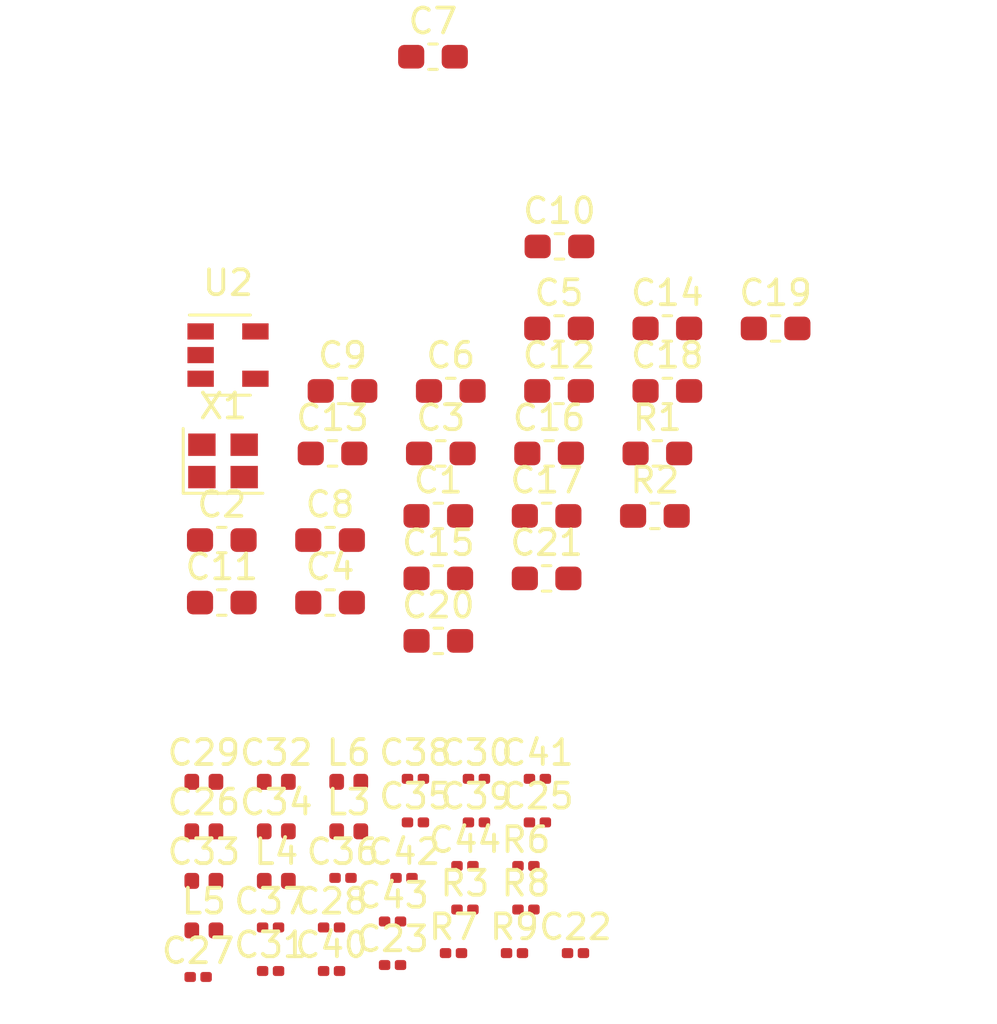
<source format=kicad_pcb>
(kicad_pcb (version 20171130) (host pcbnew 5.1.5+dfsg1-2build2)

  (general
    (thickness 1.6)
    (drawings 0)
    (tracks 0)
    (zones 0)
    (modules 56)
    (nets 24)
  )

  (page A4)
  (layers
    (0 F.Cu signal)
    (31 B.Cu signal)
    (32 B.Adhes user)
    (33 F.Adhes user)
    (34 B.Paste user)
    (35 F.Paste user)
    (36 B.SilkS user)
    (37 F.SilkS user)
    (38 B.Mask user)
    (39 F.Mask user)
    (40 Dwgs.User user)
    (41 Cmts.User user)
    (42 Eco1.User user)
    (43 Eco2.User user)
    (44 Edge.Cuts user)
    (45 Margin user)
    (46 B.CrtYd user)
    (47 F.CrtYd user)
    (48 B.Fab user)
    (49 F.Fab user)
  )

  (setup
    (last_trace_width 0.25)
    (trace_clearance 0.2)
    (zone_clearance 0.508)
    (zone_45_only no)
    (trace_min 0.2)
    (via_size 0.8)
    (via_drill 0.4)
    (via_min_size 0.4)
    (via_min_drill 0.3)
    (uvia_size 0.3)
    (uvia_drill 0.1)
    (uvias_allowed no)
    (uvia_min_size 0.2)
    (uvia_min_drill 0.1)
    (edge_width 0.05)
    (segment_width 0.2)
    (pcb_text_width 0.3)
    (pcb_text_size 1.5 1.5)
    (mod_edge_width 0.12)
    (mod_text_size 1 1)
    (mod_text_width 0.15)
    (pad_size 1.524 1.524)
    (pad_drill 0.762)
    (pad_to_mask_clearance 0.051)
    (solder_mask_min_width 0.25)
    (aux_axis_origin 0 0)
    (visible_elements FFFFFF7F)
    (pcbplotparams
      (layerselection 0x010fc_ffffffff)
      (usegerberextensions false)
      (usegerberattributes false)
      (usegerberadvancedattributes false)
      (creategerberjobfile false)
      (excludeedgelayer true)
      (linewidth 0.100000)
      (plotframeref false)
      (viasonmask false)
      (mode 1)
      (useauxorigin false)
      (hpglpennumber 1)
      (hpglpenspeed 20)
      (hpglpendiameter 15.000000)
      (psnegative false)
      (psa4output false)
      (plotreference true)
      (plotvalue true)
      (plotinvisibletext false)
      (padsonsilk false)
      (subtractmaskfromsilk false)
      (outputformat 1)
      (mirror false)
      (drillshape 1)
      (scaleselection 1)
      (outputdirectory ""))
  )

  (net 0 "")
  (net 1 GND)
  (net 2 +3V3)
  (net 3 +1V8)
  (net 4 /Python480/VDD_PIX)
  (net 5 +5V)
  (net 6 /Python480/VREF_BOTPLATE)
  (net 7 /Python480/VDD_PIX_3V3)
  (net 8 "Net-(C22-Pad2)")
  (net 9 /Serializer/DOUT_P)
  (net 10 "Net-(C23-Pad1)")
  (net 11 "Net-(C23-Pad2)")
  (net 12 "Net-(C27-Pad2)")
  (net 13 "Net-(C28-Pad2)")
  (net 14 "Net-(C28-Pad1)")
  (net 15 /Serializer/PDB)
  (net 16 /Serializer/VDDPLL)
  (net 17 /Serializer/VDDCML)
  (net 18 "Net-(L3-Pad2)")
  (net 19 "Net-(R1-Pad1)")
  (net 20 "Net-(R2-Pad1)")
  (net 21 /Serializer/MODE)
  (net 22 "Net-(L2-Pad2)")
  (net 23 /Python480/CLK_PLL)

  (net_class Default "This is the default net class."
    (clearance 0.2)
    (trace_width 0.25)
    (via_dia 0.8)
    (via_drill 0.4)
    (uvia_dia 0.3)
    (uvia_drill 0.1)
    (add_net +1V8)
    (add_net +3V3)
    (add_net +5V)
    (add_net /Python480/CLK_PLL)
    (add_net /Python480/VDD_PIX)
    (add_net /Python480/VDD_PIX_3V3)
    (add_net /Python480/VREF_BOTPLATE)
    (add_net /Serializer/DOUT_P)
    (add_net /Serializer/MODE)
    (add_net /Serializer/PDB)
    (add_net /Serializer/VDDCML)
    (add_net /Serializer/VDDPLL)
    (add_net GND)
    (add_net "Net-(C22-Pad2)")
    (add_net "Net-(C23-Pad1)")
    (add_net "Net-(C23-Pad2)")
    (add_net "Net-(C27-Pad2)")
    (add_net "Net-(C28-Pad1)")
    (add_net "Net-(C28-Pad2)")
    (add_net "Net-(L2-Pad2)")
    (add_net "Net-(L3-Pad2)")
    (add_net "Net-(R1-Pad1)")
    (add_net "Net-(R2-Pad1)")
  )

  (module Capacitor_SMD:C_0603_1608Metric_Pad1.05x0.95mm_HandSolder (layer F.Cu) (tedit 5B301BBE) (tstamp 607A434F)
    (at 147.535001 87.025001)
    (descr "Capacitor SMD 0603 (1608 Metric), square (rectangular) end terminal, IPC_7351 nominal with elongated pad for handsoldering. (Body size source: http://www.tortai-tech.com/upload/download/2011102023233369053.pdf), generated with kicad-footprint-generator")
    (tags "capacitor handsolder")
    (path /607CBC7A/604EB512)
    (attr smd)
    (fp_text reference C1 (at 0 -1.43) (layer F.SilkS)
      (effects (font (size 1 1) (thickness 0.15)))
    )
    (fp_text value GRM033R61A104ME15D (at 0 1.43) (layer F.Fab)
      (effects (font (size 1 1) (thickness 0.15)))
    )
    (fp_text user %R (at 0 0) (layer F.Fab)
      (effects (font (size 0.4 0.4) (thickness 0.06)))
    )
    (fp_line (start 1.65 0.73) (end -1.65 0.73) (layer F.CrtYd) (width 0.05))
    (fp_line (start 1.65 -0.73) (end 1.65 0.73) (layer F.CrtYd) (width 0.05))
    (fp_line (start -1.65 -0.73) (end 1.65 -0.73) (layer F.CrtYd) (width 0.05))
    (fp_line (start -1.65 0.73) (end -1.65 -0.73) (layer F.CrtYd) (width 0.05))
    (fp_line (start -0.171267 0.51) (end 0.171267 0.51) (layer F.SilkS) (width 0.12))
    (fp_line (start -0.171267 -0.51) (end 0.171267 -0.51) (layer F.SilkS) (width 0.12))
    (fp_line (start 0.8 0.4) (end -0.8 0.4) (layer F.Fab) (width 0.1))
    (fp_line (start 0.8 -0.4) (end 0.8 0.4) (layer F.Fab) (width 0.1))
    (fp_line (start -0.8 -0.4) (end 0.8 -0.4) (layer F.Fab) (width 0.1))
    (fp_line (start -0.8 0.4) (end -0.8 -0.4) (layer F.Fab) (width 0.1))
    (pad 2 smd roundrect (at 0.875 0) (size 1.05 0.95) (layers F.Cu F.Paste F.Mask) (roundrect_rratio 0.25)
      (net 1 GND))
    (pad 1 smd roundrect (at -0.875 0) (size 1.05 0.95) (layers F.Cu F.Paste F.Mask) (roundrect_rratio 0.25)
      (net 2 +3V3))
    (model ${KISYS3DMOD}/Capacitor_SMD.3dshapes/C_0603_1608Metric.wrl
      (at (xyz 0 0 0))
      (scale (xyz 1 1 1))
      (rotate (xyz 0 0 0))
    )
  )

  (module Capacitor_SMD:C_0603_1608Metric_Pad1.05x0.95mm_HandSolder (layer F.Cu) (tedit 5B301BBE) (tstamp 607A405B)
    (at 138.835001 87.995001)
    (descr "Capacitor SMD 0603 (1608 Metric), square (rectangular) end terminal, IPC_7351 nominal with elongated pad for handsoldering. (Body size source: http://www.tortai-tech.com/upload/download/2011102023233369053.pdf), generated with kicad-footprint-generator")
    (tags "capacitor handsolder")
    (path /607CBC7A/6050DE3C)
    (attr smd)
    (fp_text reference C2 (at 0 -1.43) (layer F.SilkS)
      (effects (font (size 1 1) (thickness 0.15)))
    )
    (fp_text value GRM033R61A104ME15D (at 0 1.43) (layer F.Fab)
      (effects (font (size 1 1) (thickness 0.15)))
    )
    (fp_line (start -0.8 0.4) (end -0.8 -0.4) (layer F.Fab) (width 0.1))
    (fp_line (start -0.8 -0.4) (end 0.8 -0.4) (layer F.Fab) (width 0.1))
    (fp_line (start 0.8 -0.4) (end 0.8 0.4) (layer F.Fab) (width 0.1))
    (fp_line (start 0.8 0.4) (end -0.8 0.4) (layer F.Fab) (width 0.1))
    (fp_line (start -0.171267 -0.51) (end 0.171267 -0.51) (layer F.SilkS) (width 0.12))
    (fp_line (start -0.171267 0.51) (end 0.171267 0.51) (layer F.SilkS) (width 0.12))
    (fp_line (start -1.65 0.73) (end -1.65 -0.73) (layer F.CrtYd) (width 0.05))
    (fp_line (start -1.65 -0.73) (end 1.65 -0.73) (layer F.CrtYd) (width 0.05))
    (fp_line (start 1.65 -0.73) (end 1.65 0.73) (layer F.CrtYd) (width 0.05))
    (fp_line (start 1.65 0.73) (end -1.65 0.73) (layer F.CrtYd) (width 0.05))
    (fp_text user %R (at 0 0) (layer F.Fab)
      (effects (font (size 0.4 0.4) (thickness 0.06)))
    )
    (pad 1 smd roundrect (at -0.875 0) (size 1.05 0.95) (layers F.Cu F.Paste F.Mask) (roundrect_rratio 0.25)
      (net 3 +1V8))
    (pad 2 smd roundrect (at 0.875 0) (size 1.05 0.95) (layers F.Cu F.Paste F.Mask) (roundrect_rratio 0.25)
      (net 1 GND))
    (model ${KISYS3DMOD}/Capacitor_SMD.3dshapes/C_0603_1608Metric.wrl
      (at (xyz 0 0 0))
      (scale (xyz 1 1 1))
      (rotate (xyz 0 0 0))
    )
  )

  (module Capacitor_SMD:C_0603_1608Metric_Pad1.05x0.95mm_HandSolder (layer F.Cu) (tedit 5B301BBE) (tstamp 607A4115)
    (at 147.635001 84.515001)
    (descr "Capacitor SMD 0603 (1608 Metric), square (rectangular) end terminal, IPC_7351 nominal with elongated pad for handsoldering. (Body size source: http://www.tortai-tech.com/upload/download/2011102023233369053.pdf), generated with kicad-footprint-generator")
    (tags "capacitor handsolder")
    (path /607CBC7A/604EBB1C)
    (attr smd)
    (fp_text reference C3 (at 0 -1.43) (layer F.SilkS)
      (effects (font (size 1 1) (thickness 0.15)))
    )
    (fp_text value GRM033R61A104ME15D (at 0 1.43) (layer F.Fab)
      (effects (font (size 1 1) (thickness 0.15)))
    )
    (fp_line (start -0.8 0.4) (end -0.8 -0.4) (layer F.Fab) (width 0.1))
    (fp_line (start -0.8 -0.4) (end 0.8 -0.4) (layer F.Fab) (width 0.1))
    (fp_line (start 0.8 -0.4) (end 0.8 0.4) (layer F.Fab) (width 0.1))
    (fp_line (start 0.8 0.4) (end -0.8 0.4) (layer F.Fab) (width 0.1))
    (fp_line (start -0.171267 -0.51) (end 0.171267 -0.51) (layer F.SilkS) (width 0.12))
    (fp_line (start -0.171267 0.51) (end 0.171267 0.51) (layer F.SilkS) (width 0.12))
    (fp_line (start -1.65 0.73) (end -1.65 -0.73) (layer F.CrtYd) (width 0.05))
    (fp_line (start -1.65 -0.73) (end 1.65 -0.73) (layer F.CrtYd) (width 0.05))
    (fp_line (start 1.65 -0.73) (end 1.65 0.73) (layer F.CrtYd) (width 0.05))
    (fp_line (start 1.65 0.73) (end -1.65 0.73) (layer F.CrtYd) (width 0.05))
    (fp_text user %R (at 0 0) (layer F.Fab)
      (effects (font (size 0.4 0.4) (thickness 0.06)))
    )
    (pad 1 smd roundrect (at -0.875 0) (size 1.05 0.95) (layers F.Cu F.Paste F.Mask) (roundrect_rratio 0.25)
      (net 2 +3V3))
    (pad 2 smd roundrect (at 0.875 0) (size 1.05 0.95) (layers F.Cu F.Paste F.Mask) (roundrect_rratio 0.25)
      (net 1 GND))
    (model ${KISYS3DMOD}/Capacitor_SMD.3dshapes/C_0603_1608Metric.wrl
      (at (xyz 0 0 0))
      (scale (xyz 1 1 1))
      (rotate (xyz 0 0 0))
    )
  )

  (module Capacitor_SMD:C_0603_1608Metric_Pad1.05x0.95mm_HandSolder (layer F.Cu) (tedit 5B301BBE) (tstamp 607A41FF)
    (at 143.185001 90.505001)
    (descr "Capacitor SMD 0603 (1608 Metric), square (rectangular) end terminal, IPC_7351 nominal with elongated pad for handsoldering. (Body size source: http://www.tortai-tech.com/upload/download/2011102023233369053.pdf), generated with kicad-footprint-generator")
    (tags "capacitor handsolder")
    (path /607CBC7A/604EC155)
    (attr smd)
    (fp_text reference C4 (at 0 -1.43) (layer F.SilkS)
      (effects (font (size 1 1) (thickness 0.15)))
    )
    (fp_text value GRM033R61A104ME15D (at 0 1.43) (layer F.Fab)
      (effects (font (size 1 1) (thickness 0.15)))
    )
    (fp_text user %R (at 0 0) (layer F.Fab)
      (effects (font (size 0.4 0.4) (thickness 0.06)))
    )
    (fp_line (start 1.65 0.73) (end -1.65 0.73) (layer F.CrtYd) (width 0.05))
    (fp_line (start 1.65 -0.73) (end 1.65 0.73) (layer F.CrtYd) (width 0.05))
    (fp_line (start -1.65 -0.73) (end 1.65 -0.73) (layer F.CrtYd) (width 0.05))
    (fp_line (start -1.65 0.73) (end -1.65 -0.73) (layer F.CrtYd) (width 0.05))
    (fp_line (start -0.171267 0.51) (end 0.171267 0.51) (layer F.SilkS) (width 0.12))
    (fp_line (start -0.171267 -0.51) (end 0.171267 -0.51) (layer F.SilkS) (width 0.12))
    (fp_line (start 0.8 0.4) (end -0.8 0.4) (layer F.Fab) (width 0.1))
    (fp_line (start 0.8 -0.4) (end 0.8 0.4) (layer F.Fab) (width 0.1))
    (fp_line (start -0.8 -0.4) (end 0.8 -0.4) (layer F.Fab) (width 0.1))
    (fp_line (start -0.8 0.4) (end -0.8 -0.4) (layer F.Fab) (width 0.1))
    (pad 2 smd roundrect (at 0.875 0) (size 1.05 0.95) (layers F.Cu F.Paste F.Mask) (roundrect_rratio 0.25)
      (net 1 GND))
    (pad 1 smd roundrect (at -0.875 0) (size 1.05 0.95) (layers F.Cu F.Paste F.Mask) (roundrect_rratio 0.25)
      (net 2 +3V3))
    (model ${KISYS3DMOD}/Capacitor_SMD.3dshapes/C_0603_1608Metric.wrl
      (at (xyz 0 0 0))
      (scale (xyz 1 1 1))
      (rotate (xyz 0 0 0))
    )
  )

  (module Capacitor_SMD:C_0603_1608Metric_Pad1.05x0.95mm_HandSolder (layer F.Cu) (tedit 5B301BBE) (tstamp 607A3AE8)
    (at 152.385001 79.495001)
    (descr "Capacitor SMD 0603 (1608 Metric), square (rectangular) end terminal, IPC_7351 nominal with elongated pad for handsoldering. (Body size source: http://www.tortai-tech.com/upload/download/2011102023233369053.pdf), generated with kicad-footprint-generator")
    (tags "capacitor handsolder")
    (path /607CBC7A/604EA7B5)
    (attr smd)
    (fp_text reference C5 (at 0 -1.43) (layer F.SilkS)
      (effects (font (size 1 1) (thickness 0.15)))
    )
    (fp_text value GRM033R61A104ME15D (at 0 1.43) (layer F.Fab)
      (effects (font (size 1 1) (thickness 0.15)))
    )
    (fp_line (start -0.8 0.4) (end -0.8 -0.4) (layer F.Fab) (width 0.1))
    (fp_line (start -0.8 -0.4) (end 0.8 -0.4) (layer F.Fab) (width 0.1))
    (fp_line (start 0.8 -0.4) (end 0.8 0.4) (layer F.Fab) (width 0.1))
    (fp_line (start 0.8 0.4) (end -0.8 0.4) (layer F.Fab) (width 0.1))
    (fp_line (start -0.171267 -0.51) (end 0.171267 -0.51) (layer F.SilkS) (width 0.12))
    (fp_line (start -0.171267 0.51) (end 0.171267 0.51) (layer F.SilkS) (width 0.12))
    (fp_line (start -1.65 0.73) (end -1.65 -0.73) (layer F.CrtYd) (width 0.05))
    (fp_line (start -1.65 -0.73) (end 1.65 -0.73) (layer F.CrtYd) (width 0.05))
    (fp_line (start 1.65 -0.73) (end 1.65 0.73) (layer F.CrtYd) (width 0.05))
    (fp_line (start 1.65 0.73) (end -1.65 0.73) (layer F.CrtYd) (width 0.05))
    (fp_text user %R (at 0 0) (layer F.Fab)
      (effects (font (size 0.4 0.4) (thickness 0.06)))
    )
    (pad 1 smd roundrect (at -0.875 0) (size 1.05 0.95) (layers F.Cu F.Paste F.Mask) (roundrect_rratio 0.25)
      (net 4 /Python480/VDD_PIX))
    (pad 2 smd roundrect (at 0.875 0) (size 1.05 0.95) (layers F.Cu F.Paste F.Mask) (roundrect_rratio 0.25)
      (net 1 GND))
    (model ${KISYS3DMOD}/Capacitor_SMD.3dshapes/C_0603_1608Metric.wrl
      (at (xyz 0 0 0))
      (scale (xyz 1 1 1))
      (rotate (xyz 0 0 0))
    )
  )

  (module Capacitor_SMD:C_0603_1608Metric_Pad1.05x0.95mm_HandSolder (layer F.Cu) (tedit 5B301BBE) (tstamp 607A3F6B)
    (at 148.035001 82.005001)
    (descr "Capacitor SMD 0603 (1608 Metric), square (rectangular) end terminal, IPC_7351 nominal with elongated pad for handsoldering. (Body size source: http://www.tortai-tech.com/upload/download/2011102023233369053.pdf), generated with kicad-footprint-generator")
    (tags "capacitor handsolder")
    (path /607CBC7A/60503B0B)
    (attr smd)
    (fp_text reference C6 (at 0 -1.43) (layer F.SilkS)
      (effects (font (size 1 1) (thickness 0.15)))
    )
    (fp_text value GRM033R61A104ME15D (at 0 1.43) (layer F.Fab)
      (effects (font (size 1 1) (thickness 0.15)))
    )
    (fp_line (start -0.8 0.4) (end -0.8 -0.4) (layer F.Fab) (width 0.1))
    (fp_line (start -0.8 -0.4) (end 0.8 -0.4) (layer F.Fab) (width 0.1))
    (fp_line (start 0.8 -0.4) (end 0.8 0.4) (layer F.Fab) (width 0.1))
    (fp_line (start 0.8 0.4) (end -0.8 0.4) (layer F.Fab) (width 0.1))
    (fp_line (start -0.171267 -0.51) (end 0.171267 -0.51) (layer F.SilkS) (width 0.12))
    (fp_line (start -0.171267 0.51) (end 0.171267 0.51) (layer F.SilkS) (width 0.12))
    (fp_line (start -1.65 0.73) (end -1.65 -0.73) (layer F.CrtYd) (width 0.05))
    (fp_line (start -1.65 -0.73) (end 1.65 -0.73) (layer F.CrtYd) (width 0.05))
    (fp_line (start 1.65 -0.73) (end 1.65 0.73) (layer F.CrtYd) (width 0.05))
    (fp_line (start 1.65 0.73) (end -1.65 0.73) (layer F.CrtYd) (width 0.05))
    (fp_text user %R (at 0 0) (layer F.Fab)
      (effects (font (size 0.4 0.4) (thickness 0.06)))
    )
    (pad 1 smd roundrect (at -0.875 0) (size 1.05 0.95) (layers F.Cu F.Paste F.Mask) (roundrect_rratio 0.25)
      (net 3 +1V8))
    (pad 2 smd roundrect (at 0.875 0) (size 1.05 0.95) (layers F.Cu F.Paste F.Mask) (roundrect_rratio 0.25)
      (net 1 GND))
    (model ${KISYS3DMOD}/Capacitor_SMD.3dshapes/C_0603_1608Metric.wrl
      (at (xyz 0 0 0))
      (scale (xyz 1 1 1))
      (rotate (xyz 0 0 0))
    )
  )

  (module Capacitor_SMD:C_0603_1608Metric_Pad1.05x0.95mm_HandSolder (layer F.Cu) (tedit 5B301BBE) (tstamp 607A3FFB)
    (at 147.32 68.58)
    (descr "Capacitor SMD 0603 (1608 Metric), square (rectangular) end terminal, IPC_7351 nominal with elongated pad for handsoldering. (Body size source: http://www.tortai-tech.com/upload/download/2011102023233369053.pdf), generated with kicad-footprint-generator")
    (tags "capacitor handsolder")
    (path /607CBC7A/6050D4A6)
    (attr smd)
    (fp_text reference C7 (at 0 -1.43) (layer F.SilkS)
      (effects (font (size 1 1) (thickness 0.15)))
    )
    (fp_text value GRM033R61A104ME15D (at 0 1.43) (layer F.Fab)
      (effects (font (size 1 1) (thickness 0.15)))
    )
    (fp_text user %R (at 0 0) (layer F.Fab)
      (effects (font (size 0.4 0.4) (thickness 0.06)))
    )
    (fp_line (start 1.65 0.73) (end -1.65 0.73) (layer F.CrtYd) (width 0.05))
    (fp_line (start 1.65 -0.73) (end 1.65 0.73) (layer F.CrtYd) (width 0.05))
    (fp_line (start -1.65 -0.73) (end 1.65 -0.73) (layer F.CrtYd) (width 0.05))
    (fp_line (start -1.65 0.73) (end -1.65 -0.73) (layer F.CrtYd) (width 0.05))
    (fp_line (start -0.171267 0.51) (end 0.171267 0.51) (layer F.SilkS) (width 0.12))
    (fp_line (start -0.171267 -0.51) (end 0.171267 -0.51) (layer F.SilkS) (width 0.12))
    (fp_line (start 0.8 0.4) (end -0.8 0.4) (layer F.Fab) (width 0.1))
    (fp_line (start 0.8 -0.4) (end 0.8 0.4) (layer F.Fab) (width 0.1))
    (fp_line (start -0.8 -0.4) (end 0.8 -0.4) (layer F.Fab) (width 0.1))
    (fp_line (start -0.8 0.4) (end -0.8 -0.4) (layer F.Fab) (width 0.1))
    (pad 2 smd roundrect (at 0.875 0) (size 1.05 0.95) (layers F.Cu F.Paste F.Mask) (roundrect_rratio 0.25)
      (net 1 GND))
    (pad 1 smd roundrect (at -0.875 0) (size 1.05 0.95) (layers F.Cu F.Paste F.Mask) (roundrect_rratio 0.25)
      (net 5 +5V))
    (model ${KISYS3DMOD}/Capacitor_SMD.3dshapes/C_0603_1608Metric.wrl
      (at (xyz 0 0 0))
      (scale (xyz 1 1 1))
      (rotate (xyz 0 0 0))
    )
  )

  (module Capacitor_SMD:C_0603_1608Metric_Pad1.05x0.95mm_HandSolder (layer F.Cu) (tedit 5B301BBE) (tstamp 607A3F0B)
    (at 143.185001 87.995001)
    (descr "Capacitor SMD 0603 (1608 Metric), square (rectangular) end terminal, IPC_7351 nominal with elongated pad for handsoldering. (Body size source: http://www.tortai-tech.com/upload/download/2011102023233369053.pdf), generated with kicad-footprint-generator")
    (tags "capacitor handsolder")
    (path /607CBC7A/604EC74B)
    (attr smd)
    (fp_text reference C8 (at 0 -1.43) (layer F.SilkS)
      (effects (font (size 1 1) (thickness 0.15)))
    )
    (fp_text value GRM033R61A104ME15D (at 0 1.43) (layer F.Fab)
      (effects (font (size 1 1) (thickness 0.15)))
    )
    (fp_line (start -0.8 0.4) (end -0.8 -0.4) (layer F.Fab) (width 0.1))
    (fp_line (start -0.8 -0.4) (end 0.8 -0.4) (layer F.Fab) (width 0.1))
    (fp_line (start 0.8 -0.4) (end 0.8 0.4) (layer F.Fab) (width 0.1))
    (fp_line (start 0.8 0.4) (end -0.8 0.4) (layer F.Fab) (width 0.1))
    (fp_line (start -0.171267 -0.51) (end 0.171267 -0.51) (layer F.SilkS) (width 0.12))
    (fp_line (start -0.171267 0.51) (end 0.171267 0.51) (layer F.SilkS) (width 0.12))
    (fp_line (start -1.65 0.73) (end -1.65 -0.73) (layer F.CrtYd) (width 0.05))
    (fp_line (start -1.65 -0.73) (end 1.65 -0.73) (layer F.CrtYd) (width 0.05))
    (fp_line (start 1.65 -0.73) (end 1.65 0.73) (layer F.CrtYd) (width 0.05))
    (fp_line (start 1.65 0.73) (end -1.65 0.73) (layer F.CrtYd) (width 0.05))
    (fp_text user %R (at 0 0) (layer F.Fab)
      (effects (font (size 0.4 0.4) (thickness 0.06)))
    )
    (pad 1 smd roundrect (at -0.875 0) (size 1.05 0.95) (layers F.Cu F.Paste F.Mask) (roundrect_rratio 0.25)
      (net 2 +3V3))
    (pad 2 smd roundrect (at 0.875 0) (size 1.05 0.95) (layers F.Cu F.Paste F.Mask) (roundrect_rratio 0.25)
      (net 1 GND))
    (model ${KISYS3DMOD}/Capacitor_SMD.3dshapes/C_0603_1608Metric.wrl
      (at (xyz 0 0 0))
      (scale (xyz 1 1 1))
      (rotate (xyz 0 0 0))
    )
  )

  (module Capacitor_SMD:C_0603_1608Metric_Pad1.05x0.95mm_HandSolder (layer F.Cu) (tedit 5B301BBE) (tstamp 607A42BF)
    (at 143.685001 82.005001)
    (descr "Capacitor SMD 0603 (1608 Metric), square (rectangular) end terminal, IPC_7351 nominal with elongated pad for handsoldering. (Body size source: http://www.tortai-tech.com/upload/download/2011102023233369053.pdf), generated with kicad-footprint-generator")
    (tags "capacitor handsolder")
    (path /607CBC7A/604F44F5)
    (attr smd)
    (fp_text reference C9 (at 0 -1.43) (layer F.SilkS)
      (effects (font (size 1 1) (thickness 0.15)))
    )
    (fp_text value GRM033R61A104ME15D (at 0 1.43) (layer F.Fab)
      (effects (font (size 1 1) (thickness 0.15)))
    )
    (fp_text user %R (at 0 0) (layer F.Fab)
      (effects (font (size 0.4 0.4) (thickness 0.06)))
    )
    (fp_line (start 1.65 0.73) (end -1.65 0.73) (layer F.CrtYd) (width 0.05))
    (fp_line (start 1.65 -0.73) (end 1.65 0.73) (layer F.CrtYd) (width 0.05))
    (fp_line (start -1.65 -0.73) (end 1.65 -0.73) (layer F.CrtYd) (width 0.05))
    (fp_line (start -1.65 0.73) (end -1.65 -0.73) (layer F.CrtYd) (width 0.05))
    (fp_line (start -0.171267 0.51) (end 0.171267 0.51) (layer F.SilkS) (width 0.12))
    (fp_line (start -0.171267 -0.51) (end 0.171267 -0.51) (layer F.SilkS) (width 0.12))
    (fp_line (start 0.8 0.4) (end -0.8 0.4) (layer F.Fab) (width 0.1))
    (fp_line (start 0.8 -0.4) (end 0.8 0.4) (layer F.Fab) (width 0.1))
    (fp_line (start -0.8 -0.4) (end 0.8 -0.4) (layer F.Fab) (width 0.1))
    (fp_line (start -0.8 0.4) (end -0.8 -0.4) (layer F.Fab) (width 0.1))
    (pad 2 smd roundrect (at 0.875 0) (size 1.05 0.95) (layers F.Cu F.Paste F.Mask) (roundrect_rratio 0.25)
      (net 1 GND))
    (pad 1 smd roundrect (at -0.875 0) (size 1.05 0.95) (layers F.Cu F.Paste F.Mask) (roundrect_rratio 0.25)
      (net 4 /Python480/VDD_PIX))
    (model ${KISYS3DMOD}/Capacitor_SMD.3dshapes/C_0603_1608Metric.wrl
      (at (xyz 0 0 0))
      (scale (xyz 1 1 1))
      (rotate (xyz 0 0 0))
    )
  )

  (module Capacitor_SMD:C_0603_1608Metric_Pad1.05x0.95mm_HandSolder (layer F.Cu) (tedit 5B301BBE) (tstamp 607A425F)
    (at 152.4 76.2)
    (descr "Capacitor SMD 0603 (1608 Metric), square (rectangular) end terminal, IPC_7351 nominal with elongated pad for handsoldering. (Body size source: http://www.tortai-tech.com/upload/download/2011102023233369053.pdf), generated with kicad-footprint-generator")
    (tags "capacitor handsolder")
    (path /607CBC7A/60503308)
    (attr smd)
    (fp_text reference C10 (at 0 -1.43) (layer F.SilkS)
      (effects (font (size 1 1) (thickness 0.15)))
    )
    (fp_text value GRM033R61A104ME15D (at 0 1.43) (layer F.Fab)
      (effects (font (size 1 1) (thickness 0.15)))
    )
    (fp_text user %R (at 0 0) (layer F.Fab)
      (effects (font (size 0.4 0.4) (thickness 0.06)))
    )
    (fp_line (start 1.65 0.73) (end -1.65 0.73) (layer F.CrtYd) (width 0.05))
    (fp_line (start 1.65 -0.73) (end 1.65 0.73) (layer F.CrtYd) (width 0.05))
    (fp_line (start -1.65 -0.73) (end 1.65 -0.73) (layer F.CrtYd) (width 0.05))
    (fp_line (start -1.65 0.73) (end -1.65 -0.73) (layer F.CrtYd) (width 0.05))
    (fp_line (start -0.171267 0.51) (end 0.171267 0.51) (layer F.SilkS) (width 0.12))
    (fp_line (start -0.171267 -0.51) (end 0.171267 -0.51) (layer F.SilkS) (width 0.12))
    (fp_line (start 0.8 0.4) (end -0.8 0.4) (layer F.Fab) (width 0.1))
    (fp_line (start 0.8 -0.4) (end 0.8 0.4) (layer F.Fab) (width 0.1))
    (fp_line (start -0.8 -0.4) (end 0.8 -0.4) (layer F.Fab) (width 0.1))
    (fp_line (start -0.8 0.4) (end -0.8 -0.4) (layer F.Fab) (width 0.1))
    (pad 2 smd roundrect (at 0.875 0) (size 1.05 0.95) (layers F.Cu F.Paste F.Mask) (roundrect_rratio 0.25)
      (net 1 GND))
    (pad 1 smd roundrect (at -0.875 0) (size 1.05 0.95) (layers F.Cu F.Paste F.Mask) (roundrect_rratio 0.25)
      (net 3 +1V8))
    (model ${KISYS3DMOD}/Capacitor_SMD.3dshapes/C_0603_1608Metric.wrl
      (at (xyz 0 0 0))
      (scale (xyz 1 1 1))
      (rotate (xyz 0 0 0))
    )
  )

  (module Capacitor_SMD:C_0603_1608Metric_Pad1.05x0.95mm_HandSolder (layer F.Cu) (tedit 5B301BBE) (tstamp 607A3BA2)
    (at 138.835001 90.505001)
    (descr "Capacitor SMD 0603 (1608 Metric), square (rectangular) end terminal, IPC_7351 nominal with elongated pad for handsoldering. (Body size source: http://www.tortai-tech.com/upload/download/2011102023233369053.pdf), generated with kicad-footprint-generator")
    (tags "capacitor handsolder")
    (path /607CBC7A/604ECC60)
    (attr smd)
    (fp_text reference C11 (at 0 -1.43) (layer F.SilkS)
      (effects (font (size 1 1) (thickness 0.15)))
    )
    (fp_text value GRM033R61A104ME15D (at 0 1.43) (layer F.Fab)
      (effects (font (size 1 1) (thickness 0.15)))
    )
    (fp_text user %R (at 0 0) (layer F.Fab)
      (effects (font (size 0.4 0.4) (thickness 0.06)))
    )
    (fp_line (start 1.65 0.73) (end -1.65 0.73) (layer F.CrtYd) (width 0.05))
    (fp_line (start 1.65 -0.73) (end 1.65 0.73) (layer F.CrtYd) (width 0.05))
    (fp_line (start -1.65 -0.73) (end 1.65 -0.73) (layer F.CrtYd) (width 0.05))
    (fp_line (start -1.65 0.73) (end -1.65 -0.73) (layer F.CrtYd) (width 0.05))
    (fp_line (start -0.171267 0.51) (end 0.171267 0.51) (layer F.SilkS) (width 0.12))
    (fp_line (start -0.171267 -0.51) (end 0.171267 -0.51) (layer F.SilkS) (width 0.12))
    (fp_line (start 0.8 0.4) (end -0.8 0.4) (layer F.Fab) (width 0.1))
    (fp_line (start 0.8 -0.4) (end 0.8 0.4) (layer F.Fab) (width 0.1))
    (fp_line (start -0.8 -0.4) (end 0.8 -0.4) (layer F.Fab) (width 0.1))
    (fp_line (start -0.8 0.4) (end -0.8 -0.4) (layer F.Fab) (width 0.1))
    (pad 2 smd roundrect (at 0.875 0) (size 1.05 0.95) (layers F.Cu F.Paste F.Mask) (roundrect_rratio 0.25)
      (net 1 GND))
    (pad 1 smd roundrect (at -0.875 0) (size 1.05 0.95) (layers F.Cu F.Paste F.Mask) (roundrect_rratio 0.25)
      (net 2 +3V3))
    (model ${KISYS3DMOD}/Capacitor_SMD.3dshapes/C_0603_1608Metric.wrl
      (at (xyz 0 0 0))
      (scale (xyz 1 1 1))
      (rotate (xyz 0 0 0))
    )
  )

  (module Capacitor_SMD:C_0603_1608Metric_Pad1.05x0.95mm_HandSolder (layer F.Cu) (tedit 5B301BBE) (tstamp 607A4145)
    (at 152.385001 82.005001)
    (descr "Capacitor SMD 0603 (1608 Metric), square (rectangular) end terminal, IPC_7351 nominal with elongated pad for handsoldering. (Body size source: http://www.tortai-tech.com/upload/download/2011102023233369053.pdf), generated with kicad-footprint-generator")
    (tags "capacitor handsolder")
    (path /607CBC7A/604F4CAD)
    (attr smd)
    (fp_text reference C12 (at 0 -1.43) (layer F.SilkS)
      (effects (font (size 1 1) (thickness 0.15)))
    )
    (fp_text value GRM033R61A104ME15D (at 0 1.43) (layer F.Fab)
      (effects (font (size 1 1) (thickness 0.15)))
    )
    (fp_line (start -0.8 0.4) (end -0.8 -0.4) (layer F.Fab) (width 0.1))
    (fp_line (start -0.8 -0.4) (end 0.8 -0.4) (layer F.Fab) (width 0.1))
    (fp_line (start 0.8 -0.4) (end 0.8 0.4) (layer F.Fab) (width 0.1))
    (fp_line (start 0.8 0.4) (end -0.8 0.4) (layer F.Fab) (width 0.1))
    (fp_line (start -0.171267 -0.51) (end 0.171267 -0.51) (layer F.SilkS) (width 0.12))
    (fp_line (start -0.171267 0.51) (end 0.171267 0.51) (layer F.SilkS) (width 0.12))
    (fp_line (start -1.65 0.73) (end -1.65 -0.73) (layer F.CrtYd) (width 0.05))
    (fp_line (start -1.65 -0.73) (end 1.65 -0.73) (layer F.CrtYd) (width 0.05))
    (fp_line (start 1.65 -0.73) (end 1.65 0.73) (layer F.CrtYd) (width 0.05))
    (fp_line (start 1.65 0.73) (end -1.65 0.73) (layer F.CrtYd) (width 0.05))
    (fp_text user %R (at 0 0) (layer F.Fab)
      (effects (font (size 0.4 0.4) (thickness 0.06)))
    )
    (pad 1 smd roundrect (at -0.875 0) (size 1.05 0.95) (layers F.Cu F.Paste F.Mask) (roundrect_rratio 0.25)
      (net 4 /Python480/VDD_PIX))
    (pad 2 smd roundrect (at 0.875 0) (size 1.05 0.95) (layers F.Cu F.Paste F.Mask) (roundrect_rratio 0.25)
      (net 1 GND))
    (model ${KISYS3DMOD}/Capacitor_SMD.3dshapes/C_0603_1608Metric.wrl
      (at (xyz 0 0 0))
      (scale (xyz 1 1 1))
      (rotate (xyz 0 0 0))
    )
  )

  (module Capacitor_SMD:C_0603_1608Metric_Pad1.05x0.95mm_HandSolder (layer F.Cu) (tedit 5B301BBE) (tstamp 607A3A8E)
    (at 143.285001 84.515001)
    (descr "Capacitor SMD 0603 (1608 Metric), square (rectangular) end terminal, IPC_7351 nominal with elongated pad for handsoldering. (Body size source: http://www.tortai-tech.com/upload/download/2011102023233369053.pdf), generated with kicad-footprint-generator")
    (tags "capacitor handsolder")
    (path /607CBC7A/60502D44)
    (attr smd)
    (fp_text reference C13 (at 0 -1.43) (layer F.SilkS)
      (effects (font (size 1 1) (thickness 0.15)))
    )
    (fp_text value GRM033R61A104ME15D (at 0 1.43) (layer F.Fab)
      (effects (font (size 1 1) (thickness 0.15)))
    )
    (fp_line (start -0.8 0.4) (end -0.8 -0.4) (layer F.Fab) (width 0.1))
    (fp_line (start -0.8 -0.4) (end 0.8 -0.4) (layer F.Fab) (width 0.1))
    (fp_line (start 0.8 -0.4) (end 0.8 0.4) (layer F.Fab) (width 0.1))
    (fp_line (start 0.8 0.4) (end -0.8 0.4) (layer F.Fab) (width 0.1))
    (fp_line (start -0.171267 -0.51) (end 0.171267 -0.51) (layer F.SilkS) (width 0.12))
    (fp_line (start -0.171267 0.51) (end 0.171267 0.51) (layer F.SilkS) (width 0.12))
    (fp_line (start -1.65 0.73) (end -1.65 -0.73) (layer F.CrtYd) (width 0.05))
    (fp_line (start -1.65 -0.73) (end 1.65 -0.73) (layer F.CrtYd) (width 0.05))
    (fp_line (start 1.65 -0.73) (end 1.65 0.73) (layer F.CrtYd) (width 0.05))
    (fp_line (start 1.65 0.73) (end -1.65 0.73) (layer F.CrtYd) (width 0.05))
    (fp_text user %R (at 0 0) (layer F.Fab)
      (effects (font (size 0.4 0.4) (thickness 0.06)))
    )
    (pad 1 smd roundrect (at -0.875 0) (size 1.05 0.95) (layers F.Cu F.Paste F.Mask) (roundrect_rratio 0.25)
      (net 3 +1V8))
    (pad 2 smd roundrect (at 0.875 0) (size 1.05 0.95) (layers F.Cu F.Paste F.Mask) (roundrect_rratio 0.25)
      (net 1 GND))
    (model ${KISYS3DMOD}/Capacitor_SMD.3dshapes/C_0603_1608Metric.wrl
      (at (xyz 0 0 0))
      (scale (xyz 1 1 1))
      (rotate (xyz 0 0 0))
    )
  )

  (module Capacitor_SMD:C_0603_1608Metric_Pad1.05x0.95mm_HandSolder (layer F.Cu) (tedit 5B301BBE) (tstamp 607A3C5C)
    (at 156.735001 79.495001)
    (descr "Capacitor SMD 0603 (1608 Metric), square (rectangular) end terminal, IPC_7351 nominal with elongated pad for handsoldering. (Body size source: http://www.tortai-tech.com/upload/download/2011102023233369053.pdf), generated with kicad-footprint-generator")
    (tags "capacitor handsolder")
    (path /607CBC7A/604ED0F8)
    (attr smd)
    (fp_text reference C14 (at 0 -1.43) (layer F.SilkS)
      (effects (font (size 1 1) (thickness 0.15)))
    )
    (fp_text value GRM033R61A104ME15D (at 0 1.43) (layer F.Fab)
      (effects (font (size 1 1) (thickness 0.15)))
    )
    (fp_line (start -0.8 0.4) (end -0.8 -0.4) (layer F.Fab) (width 0.1))
    (fp_line (start -0.8 -0.4) (end 0.8 -0.4) (layer F.Fab) (width 0.1))
    (fp_line (start 0.8 -0.4) (end 0.8 0.4) (layer F.Fab) (width 0.1))
    (fp_line (start 0.8 0.4) (end -0.8 0.4) (layer F.Fab) (width 0.1))
    (fp_line (start -0.171267 -0.51) (end 0.171267 -0.51) (layer F.SilkS) (width 0.12))
    (fp_line (start -0.171267 0.51) (end 0.171267 0.51) (layer F.SilkS) (width 0.12))
    (fp_line (start -1.65 0.73) (end -1.65 -0.73) (layer F.CrtYd) (width 0.05))
    (fp_line (start -1.65 -0.73) (end 1.65 -0.73) (layer F.CrtYd) (width 0.05))
    (fp_line (start 1.65 -0.73) (end 1.65 0.73) (layer F.CrtYd) (width 0.05))
    (fp_line (start 1.65 0.73) (end -1.65 0.73) (layer F.CrtYd) (width 0.05))
    (fp_text user %R (at 0 0) (layer F.Fab)
      (effects (font (size 0.4 0.4) (thickness 0.06)))
    )
    (pad 1 smd roundrect (at -0.875 0) (size 1.05 0.95) (layers F.Cu F.Paste F.Mask) (roundrect_rratio 0.25)
      (net 2 +3V3))
    (pad 2 smd roundrect (at 0.875 0) (size 1.05 0.95) (layers F.Cu F.Paste F.Mask) (roundrect_rratio 0.25)
      (net 1 GND))
    (model ${KISYS3DMOD}/Capacitor_SMD.3dshapes/C_0603_1608Metric.wrl
      (at (xyz 0 0 0))
      (scale (xyz 1 1 1))
      (rotate (xyz 0 0 0))
    )
  )

  (module Capacitor_SMD:C_0603_1608Metric_Pad1.05x0.95mm_HandSolder (layer F.Cu) (tedit 5B301BBE) (tstamp 607A408B)
    (at 147.535001 89.535001)
    (descr "Capacitor SMD 0603 (1608 Metric), square (rectangular) end terminal, IPC_7351 nominal with elongated pad for handsoldering. (Body size source: http://www.tortai-tech.com/upload/download/2011102023233369053.pdf), generated with kicad-footprint-generator")
    (tags "capacitor handsolder")
    (path /607CBC7A/604F5246)
    (attr smd)
    (fp_text reference C15 (at 0 -1.43) (layer F.SilkS)
      (effects (font (size 1 1) (thickness 0.15)))
    )
    (fp_text value GRM033R61A104ME15D (at 0 1.43) (layer F.Fab)
      (effects (font (size 1 1) (thickness 0.15)))
    )
    (fp_line (start -0.8 0.4) (end -0.8 -0.4) (layer F.Fab) (width 0.1))
    (fp_line (start -0.8 -0.4) (end 0.8 -0.4) (layer F.Fab) (width 0.1))
    (fp_line (start 0.8 -0.4) (end 0.8 0.4) (layer F.Fab) (width 0.1))
    (fp_line (start 0.8 0.4) (end -0.8 0.4) (layer F.Fab) (width 0.1))
    (fp_line (start -0.171267 -0.51) (end 0.171267 -0.51) (layer F.SilkS) (width 0.12))
    (fp_line (start -0.171267 0.51) (end 0.171267 0.51) (layer F.SilkS) (width 0.12))
    (fp_line (start -1.65 0.73) (end -1.65 -0.73) (layer F.CrtYd) (width 0.05))
    (fp_line (start -1.65 -0.73) (end 1.65 -0.73) (layer F.CrtYd) (width 0.05))
    (fp_line (start 1.65 -0.73) (end 1.65 0.73) (layer F.CrtYd) (width 0.05))
    (fp_line (start 1.65 0.73) (end -1.65 0.73) (layer F.CrtYd) (width 0.05))
    (fp_text user %R (at 0 0) (layer F.Fab)
      (effects (font (size 0.4 0.4) (thickness 0.06)))
    )
    (pad 1 smd roundrect (at -0.875 0) (size 1.05 0.95) (layers F.Cu F.Paste F.Mask) (roundrect_rratio 0.25)
      (net 4 /Python480/VDD_PIX))
    (pad 2 smd roundrect (at 0.875 0) (size 1.05 0.95) (layers F.Cu F.Paste F.Mask) (roundrect_rratio 0.25)
      (net 1 GND))
    (model ${KISYS3DMOD}/Capacitor_SMD.3dshapes/C_0603_1608Metric.wrl
      (at (xyz 0 0 0))
      (scale (xyz 1 1 1))
      (rotate (xyz 0 0 0))
    )
  )

  (module Capacitor_SMD:C_0603_1608Metric_Pad1.05x0.95mm_HandSolder (layer F.Cu) (tedit 5B301BBE) (tstamp 607A3D91)
    (at 151.985001 84.515001)
    (descr "Capacitor SMD 0603 (1608 Metric), square (rectangular) end terminal, IPC_7351 nominal with elongated pad for handsoldering. (Body size source: http://www.tortai-tech.com/upload/download/2011102023233369053.pdf), generated with kicad-footprint-generator")
    (tags "capacitor handsolder")
    (path /607CBC7A/6050232E)
    (attr smd)
    (fp_text reference C16 (at 0 -1.43) (layer F.SilkS)
      (effects (font (size 1 1) (thickness 0.15)))
    )
    (fp_text value GRM033R61A104ME15D (at 0 1.43) (layer F.Fab)
      (effects (font (size 1 1) (thickness 0.15)))
    )
    (fp_text user %R (at 0 0) (layer F.Fab)
      (effects (font (size 0.4 0.4) (thickness 0.06)))
    )
    (fp_line (start 1.65 0.73) (end -1.65 0.73) (layer F.CrtYd) (width 0.05))
    (fp_line (start 1.65 -0.73) (end 1.65 0.73) (layer F.CrtYd) (width 0.05))
    (fp_line (start -1.65 -0.73) (end 1.65 -0.73) (layer F.CrtYd) (width 0.05))
    (fp_line (start -1.65 0.73) (end -1.65 -0.73) (layer F.CrtYd) (width 0.05))
    (fp_line (start -0.171267 0.51) (end 0.171267 0.51) (layer F.SilkS) (width 0.12))
    (fp_line (start -0.171267 -0.51) (end 0.171267 -0.51) (layer F.SilkS) (width 0.12))
    (fp_line (start 0.8 0.4) (end -0.8 0.4) (layer F.Fab) (width 0.1))
    (fp_line (start 0.8 -0.4) (end 0.8 0.4) (layer F.Fab) (width 0.1))
    (fp_line (start -0.8 -0.4) (end 0.8 -0.4) (layer F.Fab) (width 0.1))
    (fp_line (start -0.8 0.4) (end -0.8 -0.4) (layer F.Fab) (width 0.1))
    (pad 2 smd roundrect (at 0.875 0) (size 1.05 0.95) (layers F.Cu F.Paste F.Mask) (roundrect_rratio 0.25)
      (net 1 GND))
    (pad 1 smd roundrect (at -0.875 0) (size 1.05 0.95) (layers F.Cu F.Paste F.Mask) (roundrect_rratio 0.25)
      (net 3 +1V8))
    (model ${KISYS3DMOD}/Capacitor_SMD.3dshapes/C_0603_1608Metric.wrl
      (at (xyz 0 0 0))
      (scale (xyz 1 1 1))
      (rotate (xyz 0 0 0))
    )
  )

  (module Capacitor_SMD:C_0603_1608Metric_Pad1.05x0.95mm_HandSolder (layer F.Cu) (tedit 5B301BBE) (tstamp 607A40E5)
    (at 151.885001 87.025001)
    (descr "Capacitor SMD 0603 (1608 Metric), square (rectangular) end terminal, IPC_7351 nominal with elongated pad for handsoldering. (Body size source: http://www.tortai-tech.com/upload/download/2011102023233369053.pdf), generated with kicad-footprint-generator")
    (tags "capacitor handsolder")
    (path /607CBC7A/6050C6C7)
    (attr smd)
    (fp_text reference C17 (at 0 -1.43) (layer F.SilkS)
      (effects (font (size 1 1) (thickness 0.15)))
    )
    (fp_text value GRM033R61A104ME15D (at 0 1.43) (layer F.Fab)
      (effects (font (size 1 1) (thickness 0.15)))
    )
    (fp_text user %R (at 0 0) (layer F.Fab)
      (effects (font (size 0.4 0.4) (thickness 0.06)))
    )
    (fp_line (start 1.65 0.73) (end -1.65 0.73) (layer F.CrtYd) (width 0.05))
    (fp_line (start 1.65 -0.73) (end 1.65 0.73) (layer F.CrtYd) (width 0.05))
    (fp_line (start -1.65 -0.73) (end 1.65 -0.73) (layer F.CrtYd) (width 0.05))
    (fp_line (start -1.65 0.73) (end -1.65 -0.73) (layer F.CrtYd) (width 0.05))
    (fp_line (start -0.171267 0.51) (end 0.171267 0.51) (layer F.SilkS) (width 0.12))
    (fp_line (start -0.171267 -0.51) (end 0.171267 -0.51) (layer F.SilkS) (width 0.12))
    (fp_line (start 0.8 0.4) (end -0.8 0.4) (layer F.Fab) (width 0.1))
    (fp_line (start 0.8 -0.4) (end 0.8 0.4) (layer F.Fab) (width 0.1))
    (fp_line (start -0.8 -0.4) (end 0.8 -0.4) (layer F.Fab) (width 0.1))
    (fp_line (start -0.8 0.4) (end -0.8 -0.4) (layer F.Fab) (width 0.1))
    (pad 2 smd roundrect (at 0.875 0) (size 1.05 0.95) (layers F.Cu F.Paste F.Mask) (roundrect_rratio 0.25)
      (net 1 GND))
    (pad 1 smd roundrect (at -0.875 0) (size 1.05 0.95) (layers F.Cu F.Paste F.Mask) (roundrect_rratio 0.25)
      (net 6 /Python480/VREF_BOTPLATE))
    (model ${KISYS3DMOD}/Capacitor_SMD.3dshapes/C_0603_1608Metric.wrl
      (at (xyz 0 0 0))
      (scale (xyz 1 1 1))
      (rotate (xyz 0 0 0))
    )
  )

  (module Capacitor_SMD:C_0603_1608Metric_Pad1.05x0.95mm_HandSolder (layer F.Cu) (tedit 5B301BBE) (tstamp 607A3E27)
    (at 156.735001 82.005001)
    (descr "Capacitor SMD 0603 (1608 Metric), square (rectangular) end terminal, IPC_7351 nominal with elongated pad for handsoldering. (Body size source: http://www.tortai-tech.com/upload/download/2011102023233369053.pdf), generated with kicad-footprint-generator")
    (tags "capacitor handsolder")
    (path /607CBC7A/60510477)
    (attr smd)
    (fp_text reference C18 (at 0 -1.43) (layer F.SilkS)
      (effects (font (size 1 1) (thickness 0.15)))
    )
    (fp_text value GRM033R61A104ME15D (at 0 1.43) (layer F.Fab)
      (effects (font (size 1 1) (thickness 0.15)))
    )
    (fp_text user %R (at 0 0) (layer F.Fab)
      (effects (font (size 0.4 0.4) (thickness 0.06)))
    )
    (fp_line (start 1.65 0.73) (end -1.65 0.73) (layer F.CrtYd) (width 0.05))
    (fp_line (start 1.65 -0.73) (end 1.65 0.73) (layer F.CrtYd) (width 0.05))
    (fp_line (start -1.65 -0.73) (end 1.65 -0.73) (layer F.CrtYd) (width 0.05))
    (fp_line (start -1.65 0.73) (end -1.65 -0.73) (layer F.CrtYd) (width 0.05))
    (fp_line (start -0.171267 0.51) (end 0.171267 0.51) (layer F.SilkS) (width 0.12))
    (fp_line (start -0.171267 -0.51) (end 0.171267 -0.51) (layer F.SilkS) (width 0.12))
    (fp_line (start 0.8 0.4) (end -0.8 0.4) (layer F.Fab) (width 0.1))
    (fp_line (start 0.8 -0.4) (end 0.8 0.4) (layer F.Fab) (width 0.1))
    (fp_line (start -0.8 -0.4) (end 0.8 -0.4) (layer F.Fab) (width 0.1))
    (fp_line (start -0.8 0.4) (end -0.8 -0.4) (layer F.Fab) (width 0.1))
    (pad 2 smd roundrect (at 0.875 0) (size 1.05 0.95) (layers F.Cu F.Paste F.Mask) (roundrect_rratio 0.25)
      (net 1 GND))
    (pad 1 smd roundrect (at -0.875 0) (size 1.05 0.95) (layers F.Cu F.Paste F.Mask) (roundrect_rratio 0.25)
      (net 6 /Python480/VREF_BOTPLATE))
    (model ${KISYS3DMOD}/Capacitor_SMD.3dshapes/C_0603_1608Metric.wrl
      (at (xyz 0 0 0))
      (scale (xyz 1 1 1))
      (rotate (xyz 0 0 0))
    )
  )

  (module Capacitor_SMD:C_0603_1608Metric_Pad1.05x0.95mm_HandSolder (layer F.Cu) (tedit 5B301BBE) (tstamp 607A3F9B)
    (at 161.085001 79.495001)
    (descr "Capacitor SMD 0603 (1608 Metric), square (rectangular) end terminal, IPC_7351 nominal with elongated pad for handsoldering. (Body size source: http://www.tortai-tech.com/upload/download/2011102023233369053.pdf), generated with kicad-footprint-generator")
    (tags "capacitor handsolder")
    (path /607CBC7A/6043665D)
    (attr smd)
    (fp_text reference C19 (at 0 -1.43) (layer F.SilkS)
      (effects (font (size 1 1) (thickness 0.15)))
    )
    (fp_text value GRM033R61A104ME15D (at 0 1.43) (layer F.Fab)
      (effects (font (size 1 1) (thickness 0.15)))
    )
    (fp_line (start -0.8 0.4) (end -0.8 -0.4) (layer F.Fab) (width 0.1))
    (fp_line (start -0.8 -0.4) (end 0.8 -0.4) (layer F.Fab) (width 0.1))
    (fp_line (start 0.8 -0.4) (end 0.8 0.4) (layer F.Fab) (width 0.1))
    (fp_line (start 0.8 0.4) (end -0.8 0.4) (layer F.Fab) (width 0.1))
    (fp_line (start -0.171267 -0.51) (end 0.171267 -0.51) (layer F.SilkS) (width 0.12))
    (fp_line (start -0.171267 0.51) (end 0.171267 0.51) (layer F.SilkS) (width 0.12))
    (fp_line (start -1.65 0.73) (end -1.65 -0.73) (layer F.CrtYd) (width 0.05))
    (fp_line (start -1.65 -0.73) (end 1.65 -0.73) (layer F.CrtYd) (width 0.05))
    (fp_line (start 1.65 -0.73) (end 1.65 0.73) (layer F.CrtYd) (width 0.05))
    (fp_line (start 1.65 0.73) (end -1.65 0.73) (layer F.CrtYd) (width 0.05))
    (fp_text user %R (at 0 0) (layer F.Fab)
      (effects (font (size 0.4 0.4) (thickness 0.06)))
    )
    (pad 1 smd roundrect (at -0.875 0) (size 1.05 0.95) (layers F.Cu F.Paste F.Mask) (roundrect_rratio 0.25)
      (net 1 GND))
    (pad 2 smd roundrect (at 0.875 0) (size 1.05 0.95) (layers F.Cu F.Paste F.Mask) (roundrect_rratio 0.25)
      (net 5 +5V))
    (model ${KISYS3DMOD}/Capacitor_SMD.3dshapes/C_0603_1608Metric.wrl
      (at (xyz 0 0 0))
      (scale (xyz 1 1 1))
      (rotate (xyz 0 0 0))
    )
  )

  (module Capacitor_SMD:C_0603_1608Metric_Pad1.05x0.95mm_HandSolder (layer F.Cu) (tedit 5B301BBE) (tstamp 607A396E)
    (at 147.535001 92.045001)
    (descr "Capacitor SMD 0603 (1608 Metric), square (rectangular) end terminal, IPC_7351 nominal with elongated pad for handsoldering. (Body size source: http://www.tortai-tech.com/upload/download/2011102023233369053.pdf), generated with kicad-footprint-generator")
    (tags "capacitor handsolder")
    (path /607CBC7A/60447882)
    (attr smd)
    (fp_text reference C20 (at 0 -1.43) (layer F.SilkS)
      (effects (font (size 1 1) (thickness 0.15)))
    )
    (fp_text value GRM033R61A104ME15D (at 0 1.43) (layer F.Fab)
      (effects (font (size 1 1) (thickness 0.15)))
    )
    (fp_text user %R (at 0 0) (layer F.Fab)
      (effects (font (size 0.4 0.4) (thickness 0.06)))
    )
    (fp_line (start 1.65 0.73) (end -1.65 0.73) (layer F.CrtYd) (width 0.05))
    (fp_line (start 1.65 -0.73) (end 1.65 0.73) (layer F.CrtYd) (width 0.05))
    (fp_line (start -1.65 -0.73) (end 1.65 -0.73) (layer F.CrtYd) (width 0.05))
    (fp_line (start -1.65 0.73) (end -1.65 -0.73) (layer F.CrtYd) (width 0.05))
    (fp_line (start -0.171267 0.51) (end 0.171267 0.51) (layer F.SilkS) (width 0.12))
    (fp_line (start -0.171267 -0.51) (end 0.171267 -0.51) (layer F.SilkS) (width 0.12))
    (fp_line (start 0.8 0.4) (end -0.8 0.4) (layer F.Fab) (width 0.1))
    (fp_line (start 0.8 -0.4) (end 0.8 0.4) (layer F.Fab) (width 0.1))
    (fp_line (start -0.8 -0.4) (end 0.8 -0.4) (layer F.Fab) (width 0.1))
    (fp_line (start -0.8 0.4) (end -0.8 -0.4) (layer F.Fab) (width 0.1))
    (pad 2 smd roundrect (at 0.875 0) (size 1.05 0.95) (layers F.Cu F.Paste F.Mask) (roundrect_rratio 0.25)
      (net 1 GND))
    (pad 1 smd roundrect (at -0.875 0) (size 1.05 0.95) (layers F.Cu F.Paste F.Mask) (roundrect_rratio 0.25)
      (net 7 /Python480/VDD_PIX_3V3))
    (model ${KISYS3DMOD}/Capacitor_SMD.3dshapes/C_0603_1608Metric.wrl
      (at (xyz 0 0 0))
      (scale (xyz 1 1 1))
      (rotate (xyz 0 0 0))
    )
  )

  (module Capacitor_SMD:C_0603_1608Metric_Pad1.05x0.95mm_HandSolder (layer F.Cu) (tedit 5B301BBE) (tstamp 607A3F3B)
    (at 151.885001 89.535001)
    (descr "Capacitor SMD 0603 (1608 Metric), square (rectangular) end terminal, IPC_7351 nominal with elongated pad for handsoldering. (Body size source: http://www.tortai-tech.com/upload/download/2011102023233369053.pdf), generated with kicad-footprint-generator")
    (tags "capacitor handsolder")
    (path /607CBC7A/603B3C8E)
    (attr smd)
    (fp_text reference C21 (at 0 -1.43) (layer F.SilkS)
      (effects (font (size 1 1) (thickness 0.15)))
    )
    (fp_text value GRM033R61A104ME15D (at 0 1.43) (layer F.Fab)
      (effects (font (size 1 1) (thickness 0.15)))
    )
    (fp_line (start -0.8 0.4) (end -0.8 -0.4) (layer F.Fab) (width 0.1))
    (fp_line (start -0.8 -0.4) (end 0.8 -0.4) (layer F.Fab) (width 0.1))
    (fp_line (start 0.8 -0.4) (end 0.8 0.4) (layer F.Fab) (width 0.1))
    (fp_line (start 0.8 0.4) (end -0.8 0.4) (layer F.Fab) (width 0.1))
    (fp_line (start -0.171267 -0.51) (end 0.171267 -0.51) (layer F.SilkS) (width 0.12))
    (fp_line (start -0.171267 0.51) (end 0.171267 0.51) (layer F.SilkS) (width 0.12))
    (fp_line (start -1.65 0.73) (end -1.65 -0.73) (layer F.CrtYd) (width 0.05))
    (fp_line (start -1.65 -0.73) (end 1.65 -0.73) (layer F.CrtYd) (width 0.05))
    (fp_line (start 1.65 -0.73) (end 1.65 0.73) (layer F.CrtYd) (width 0.05))
    (fp_line (start 1.65 0.73) (end -1.65 0.73) (layer F.CrtYd) (width 0.05))
    (fp_text user %R (at 0 0) (layer F.Fab)
      (effects (font (size 0.4 0.4) (thickness 0.06)))
    )
    (pad 1 smd roundrect (at -0.875 0) (size 1.05 0.95) (layers F.Cu F.Paste F.Mask) (roundrect_rratio 0.25)
      (net 1 GND))
    (pad 2 smd roundrect (at 0.875 0) (size 1.05 0.95) (layers F.Cu F.Paste F.Mask) (roundrect_rratio 0.25)
      (net 2 +3V3))
    (model ${KISYS3DMOD}/Capacitor_SMD.3dshapes/C_0603_1608Metric.wrl
      (at (xyz 0 0 0))
      (scale (xyz 1 1 1))
      (rotate (xyz 0 0 0))
    )
  )

  (module Capacitor_SMD:C_0201_0603Metric (layer F.Cu) (tedit 5B301BBE) (tstamp 607A3BD2)
    (at 153.045001 104.585001)
    (descr "Capacitor SMD 0201 (0603 Metric), square (rectangular) end terminal, IPC_7351 nominal, (Body size source: https://www.vishay.com/docs/20052/crcw0201e3.pdf), generated with kicad-footprint-generator")
    (tags capacitor)
    (path /607CBDDC/6012F7F8)
    (attr smd)
    (fp_text reference C22 (at 0 -1.05) (layer F.SilkS)
      (effects (font (size 1 1) (thickness 0.15)))
    )
    (fp_text value 0.1uF (at 0 1.05) (layer F.Fab)
      (effects (font (size 1 1) (thickness 0.15)))
    )
    (fp_text user %R (at 0 -0.68) (layer F.Fab)
      (effects (font (size 0.25 0.25) (thickness 0.04)))
    )
    (fp_line (start 0.7 0.35) (end -0.7 0.35) (layer F.CrtYd) (width 0.05))
    (fp_line (start 0.7 -0.35) (end 0.7 0.35) (layer F.CrtYd) (width 0.05))
    (fp_line (start -0.7 -0.35) (end 0.7 -0.35) (layer F.CrtYd) (width 0.05))
    (fp_line (start -0.7 0.35) (end -0.7 -0.35) (layer F.CrtYd) (width 0.05))
    (fp_line (start 0.3 0.15) (end -0.3 0.15) (layer F.Fab) (width 0.1))
    (fp_line (start 0.3 -0.15) (end 0.3 0.15) (layer F.Fab) (width 0.1))
    (fp_line (start -0.3 -0.15) (end 0.3 -0.15) (layer F.Fab) (width 0.1))
    (fp_line (start -0.3 0.15) (end -0.3 -0.15) (layer F.Fab) (width 0.1))
    (pad 2 smd roundrect (at 0.32 0) (size 0.46 0.4) (layers F.Cu F.Mask) (roundrect_rratio 0.25)
      (net 8 "Net-(C22-Pad2)"))
    (pad 1 smd roundrect (at -0.32 0) (size 0.46 0.4) (layers F.Cu F.Mask) (roundrect_rratio 0.25)
      (net 9 /Serializer/DOUT_P))
    (pad "" smd roundrect (at 0.345 0) (size 0.318 0.36) (layers F.Paste) (roundrect_rratio 0.25))
    (pad "" smd roundrect (at -0.345 0) (size 0.318 0.36) (layers F.Paste) (roundrect_rratio 0.25))
    (model ${KISYS3DMOD}/Capacitor_SMD.3dshapes/C_0201_0603Metric.wrl
      (at (xyz 0 0 0))
      (scale (xyz 1 1 1))
      (rotate (xyz 0 0 0))
    )
  )

  (module Capacitor_SMD:C_0201_0603Metric (layer F.Cu) (tedit 5B301BBE) (tstamp 607A422F)
    (at 145.695001 105.065001)
    (descr "Capacitor SMD 0201 (0603 Metric), square (rectangular) end terminal, IPC_7351 nominal, (Body size source: https://www.vishay.com/docs/20052/crcw0201e3.pdf), generated with kicad-footprint-generator")
    (tags capacitor)
    (path /607CBDDC/6047D677)
    (attr smd)
    (fp_text reference C23 (at 0 -1.05) (layer F.SilkS)
      (effects (font (size 1 1) (thickness 0.15)))
    )
    (fp_text value 0.047uF (at 0 1.05) (layer F.Fab)
      (effects (font (size 1 1) (thickness 0.15)))
    )
    (fp_line (start -0.3 0.15) (end -0.3 -0.15) (layer F.Fab) (width 0.1))
    (fp_line (start -0.3 -0.15) (end 0.3 -0.15) (layer F.Fab) (width 0.1))
    (fp_line (start 0.3 -0.15) (end 0.3 0.15) (layer F.Fab) (width 0.1))
    (fp_line (start 0.3 0.15) (end -0.3 0.15) (layer F.Fab) (width 0.1))
    (fp_line (start -0.7 0.35) (end -0.7 -0.35) (layer F.CrtYd) (width 0.05))
    (fp_line (start -0.7 -0.35) (end 0.7 -0.35) (layer F.CrtYd) (width 0.05))
    (fp_line (start 0.7 -0.35) (end 0.7 0.35) (layer F.CrtYd) (width 0.05))
    (fp_line (start 0.7 0.35) (end -0.7 0.35) (layer F.CrtYd) (width 0.05))
    (fp_text user %R (at 0 -0.68) (layer F.Fab)
      (effects (font (size 0.25 0.25) (thickness 0.04)))
    )
    (pad "" smd roundrect (at -0.345 0) (size 0.318 0.36) (layers F.Paste) (roundrect_rratio 0.25))
    (pad "" smd roundrect (at 0.345 0) (size 0.318 0.36) (layers F.Paste) (roundrect_rratio 0.25))
    (pad 1 smd roundrect (at -0.32 0) (size 0.46 0.4) (layers F.Cu F.Mask) (roundrect_rratio 0.25)
      (net 10 "Net-(C23-Pad1)"))
    (pad 2 smd roundrect (at 0.32 0) (size 0.46 0.4) (layers F.Cu F.Mask) (roundrect_rratio 0.25)
      (net 11 "Net-(C23-Pad2)"))
    (model ${KISYS3DMOD}/Capacitor_SMD.3dshapes/C_0201_0603Metric.wrl
      (at (xyz 0 0 0))
      (scale (xyz 1 1 1))
      (rotate (xyz 0 0 0))
    )
  )

  (module Capacitor_SMD:C_0201_0603Metric (layer F.Cu) (tedit 5B301BBE) (tstamp 607A3B72)
    (at 151.515001 99.335001)
    (descr "Capacitor SMD 0201 (0603 Metric), square (rectangular) end terminal, IPC_7351 nominal, (Body size source: https://www.vishay.com/docs/20052/crcw0201e3.pdf), generated with kicad-footprint-generator")
    (tags capacitor)
    (path /607CBDDC/603D8DB0)
    (attr smd)
    (fp_text reference C25 (at 0 -1.05) (layer F.SilkS)
      (effects (font (size 1 1) (thickness 0.15)))
    )
    (fp_text value 1uF (at 0 1.05) (layer F.Fab)
      (effects (font (size 1 1) (thickness 0.15)))
    )
    (fp_text user %R (at 0 -0.68) (layer F.Fab)
      (effects (font (size 0.25 0.25) (thickness 0.04)))
    )
    (fp_line (start 0.7 0.35) (end -0.7 0.35) (layer F.CrtYd) (width 0.05))
    (fp_line (start 0.7 -0.35) (end 0.7 0.35) (layer F.CrtYd) (width 0.05))
    (fp_line (start -0.7 -0.35) (end 0.7 -0.35) (layer F.CrtYd) (width 0.05))
    (fp_line (start -0.7 0.35) (end -0.7 -0.35) (layer F.CrtYd) (width 0.05))
    (fp_line (start 0.3 0.15) (end -0.3 0.15) (layer F.Fab) (width 0.1))
    (fp_line (start 0.3 -0.15) (end 0.3 0.15) (layer F.Fab) (width 0.1))
    (fp_line (start -0.3 -0.15) (end 0.3 -0.15) (layer F.Fab) (width 0.1))
    (fp_line (start -0.3 0.15) (end -0.3 -0.15) (layer F.Fab) (width 0.1))
    (pad 2 smd roundrect (at 0.32 0) (size 0.46 0.4) (layers F.Cu F.Mask) (roundrect_rratio 0.25)
      (net 1 GND))
    (pad 1 smd roundrect (at -0.32 0) (size 0.46 0.4) (layers F.Cu F.Mask) (roundrect_rratio 0.25)
      (net 3 +1V8))
    (pad "" smd roundrect (at 0.345 0) (size 0.318 0.36) (layers F.Paste) (roundrect_rratio 0.25))
    (pad "" smd roundrect (at -0.345 0) (size 0.318 0.36) (layers F.Paste) (roundrect_rratio 0.25))
    (model ${KISYS3DMOD}/Capacitor_SMD.3dshapes/C_0201_0603Metric.wrl
      (at (xyz 0 0 0))
      (scale (xyz 1 1 1))
      (rotate (xyz 0 0 0))
    )
  )

  (module Capacitor_SMD:C_0402_1005Metric (layer F.Cu) (tedit 5B301BBE) (tstamp 607A40B9)
    (at 138.115001 99.695001)
    (descr "Capacitor SMD 0402 (1005 Metric), square (rectangular) end terminal, IPC_7351 nominal, (Body size source: http://www.tortai-tech.com/upload/download/2011102023233369053.pdf), generated with kicad-footprint-generator")
    (tags capacitor)
    (path /607CBDDC/5FF90C32)
    (attr smd)
    (fp_text reference C26 (at 0 -1.17) (layer F.SilkS)
      (effects (font (size 1 1) (thickness 0.15)))
    )
    (fp_text value 10uF (at 0 1.17) (layer F.Fab)
      (effects (font (size 1 1) (thickness 0.15)))
    )
    (fp_line (start -0.5 0.25) (end -0.5 -0.25) (layer F.Fab) (width 0.1))
    (fp_line (start -0.5 -0.25) (end 0.5 -0.25) (layer F.Fab) (width 0.1))
    (fp_line (start 0.5 -0.25) (end 0.5 0.25) (layer F.Fab) (width 0.1))
    (fp_line (start 0.5 0.25) (end -0.5 0.25) (layer F.Fab) (width 0.1))
    (fp_line (start -0.93 0.47) (end -0.93 -0.47) (layer F.CrtYd) (width 0.05))
    (fp_line (start -0.93 -0.47) (end 0.93 -0.47) (layer F.CrtYd) (width 0.05))
    (fp_line (start 0.93 -0.47) (end 0.93 0.47) (layer F.CrtYd) (width 0.05))
    (fp_line (start 0.93 0.47) (end -0.93 0.47) (layer F.CrtYd) (width 0.05))
    (fp_text user %R (at 0 0) (layer F.Fab)
      (effects (font (size 0.25 0.25) (thickness 0.04)))
    )
    (pad 1 smd roundrect (at -0.485 0) (size 0.59 0.64) (layers F.Cu F.Paste F.Mask) (roundrect_rratio 0.25)
      (net 1 GND))
    (pad 2 smd roundrect (at 0.485 0) (size 0.59 0.64) (layers F.Cu F.Paste F.Mask) (roundrect_rratio 0.25)
      (net 5 +5V))
    (model ${KISYS3DMOD}/Capacitor_SMD.3dshapes/C_0402_1005Metric.wrl
      (at (xyz 0 0 0))
      (scale (xyz 1 1 1))
      (rotate (xyz 0 0 0))
    )
  )

  (module Capacitor_SMD:C_0201_0603Metric (layer F.Cu) (tedit 5B301BBE) (tstamp 607A3A5E)
    (at 137.885001 105.545001)
    (descr "Capacitor SMD 0201 (0603 Metric), square (rectangular) end terminal, IPC_7351 nominal, (Body size source: https://www.vishay.com/docs/20052/crcw0201e3.pdf), generated with kicad-footprint-generator")
    (tags capacitor)
    (path /607CBDDC/6057B91E)
    (attr smd)
    (fp_text reference C27 (at 0 -1.05) (layer F.SilkS)
      (effects (font (size 1 1) (thickness 0.15)))
    )
    (fp_text value 0.1uF (at 0 1.05) (layer F.Fab)
      (effects (font (size 1 1) (thickness 0.15)))
    )
    (fp_line (start -0.3 0.15) (end -0.3 -0.15) (layer F.Fab) (width 0.1))
    (fp_line (start -0.3 -0.15) (end 0.3 -0.15) (layer F.Fab) (width 0.1))
    (fp_line (start 0.3 -0.15) (end 0.3 0.15) (layer F.Fab) (width 0.1))
    (fp_line (start 0.3 0.15) (end -0.3 0.15) (layer F.Fab) (width 0.1))
    (fp_line (start -0.7 0.35) (end -0.7 -0.35) (layer F.CrtYd) (width 0.05))
    (fp_line (start -0.7 -0.35) (end 0.7 -0.35) (layer F.CrtYd) (width 0.05))
    (fp_line (start 0.7 -0.35) (end 0.7 0.35) (layer F.CrtYd) (width 0.05))
    (fp_line (start 0.7 0.35) (end -0.7 0.35) (layer F.CrtYd) (width 0.05))
    (fp_text user %R (at 0 -0.68) (layer F.Fab)
      (effects (font (size 0.25 0.25) (thickness 0.04)))
    )
    (pad "" smd roundrect (at -0.345 0) (size 0.318 0.36) (layers F.Paste) (roundrect_rratio 0.25))
    (pad "" smd roundrect (at 0.345 0) (size 0.318 0.36) (layers F.Paste) (roundrect_rratio 0.25))
    (pad 1 smd roundrect (at -0.32 0) (size 0.46 0.4) (layers F.Cu F.Mask) (roundrect_rratio 0.25)
      (net 9 /Serializer/DOUT_P))
    (pad 2 smd roundrect (at 0.32 0) (size 0.46 0.4) (layers F.Cu F.Mask) (roundrect_rratio 0.25)
      (net 12 "Net-(C27-Pad2)"))
    (model ${KISYS3DMOD}/Capacitor_SMD.3dshapes/C_0201_0603Metric.wrl
      (at (xyz 0 0 0))
      (scale (xyz 1 1 1))
      (rotate (xyz 0 0 0))
    )
  )

  (module Capacitor_SMD:C_0201_0603Metric (layer F.Cu) (tedit 5B301BBE) (tstamp 607A4175)
    (at 143.245001 103.555001)
    (descr "Capacitor SMD 0201 (0603 Metric), square (rectangular) end terminal, IPC_7351 nominal, (Body size source: https://www.vishay.com/docs/20052/crcw0201e3.pdf), generated with kicad-footprint-generator")
    (tags capacitor)
    (path /607CBDDC/604731E3)
    (attr smd)
    (fp_text reference C28 (at 0 -1.05) (layer F.SilkS)
      (effects (font (size 1 1) (thickness 0.15)))
    )
    (fp_text value 1uF (at 0 1.05) (layer F.Fab)
      (effects (font (size 1 1) (thickness 0.15)))
    )
    (fp_text user %R (at 0 -0.68) (layer F.Fab)
      (effects (font (size 0.25 0.25) (thickness 0.04)))
    )
    (fp_line (start 0.7 0.35) (end -0.7 0.35) (layer F.CrtYd) (width 0.05))
    (fp_line (start 0.7 -0.35) (end 0.7 0.35) (layer F.CrtYd) (width 0.05))
    (fp_line (start -0.7 -0.35) (end 0.7 -0.35) (layer F.CrtYd) (width 0.05))
    (fp_line (start -0.7 0.35) (end -0.7 -0.35) (layer F.CrtYd) (width 0.05))
    (fp_line (start 0.3 0.15) (end -0.3 0.15) (layer F.Fab) (width 0.1))
    (fp_line (start 0.3 -0.15) (end 0.3 0.15) (layer F.Fab) (width 0.1))
    (fp_line (start -0.3 -0.15) (end 0.3 -0.15) (layer F.Fab) (width 0.1))
    (fp_line (start -0.3 0.15) (end -0.3 -0.15) (layer F.Fab) (width 0.1))
    (pad 2 smd roundrect (at 0.32 0) (size 0.46 0.4) (layers F.Cu F.Mask) (roundrect_rratio 0.25)
      (net 13 "Net-(C28-Pad2)"))
    (pad 1 smd roundrect (at -0.32 0) (size 0.46 0.4) (layers F.Cu F.Mask) (roundrect_rratio 0.25)
      (net 14 "Net-(C28-Pad1)"))
    (pad "" smd roundrect (at 0.345 0) (size 0.318 0.36) (layers F.Paste) (roundrect_rratio 0.25))
    (pad "" smd roundrect (at -0.345 0) (size 0.318 0.36) (layers F.Paste) (roundrect_rratio 0.25))
    (model ${KISYS3DMOD}/Capacitor_SMD.3dshapes/C_0201_0603Metric.wrl
      (at (xyz 0 0 0))
      (scale (xyz 1 1 1))
      (rotate (xyz 0 0 0))
    )
  )

  (module Capacitor_SMD:C_0402_1005Metric (layer F.Cu) (tedit 5B301BBE) (tstamp 607A3EAF)
    (at 138.115001 97.705001)
    (descr "Capacitor SMD 0402 (1005 Metric), square (rectangular) end terminal, IPC_7351 nominal, (Body size source: http://www.tortai-tech.com/upload/download/2011102023233369053.pdf), generated with kicad-footprint-generator")
    (tags capacitor)
    (path /607CBDDC/5FF9192E)
    (attr smd)
    (fp_text reference C29 (at 0 -1.17) (layer F.SilkS)
      (effects (font (size 1 1) (thickness 0.15)))
    )
    (fp_text value 10uF (at 0 1.17) (layer F.Fab)
      (effects (font (size 1 1) (thickness 0.15)))
    )
    (fp_text user %R (at 0 0) (layer F.Fab)
      (effects (font (size 0.25 0.25) (thickness 0.04)))
    )
    (fp_line (start 0.93 0.47) (end -0.93 0.47) (layer F.CrtYd) (width 0.05))
    (fp_line (start 0.93 -0.47) (end 0.93 0.47) (layer F.CrtYd) (width 0.05))
    (fp_line (start -0.93 -0.47) (end 0.93 -0.47) (layer F.CrtYd) (width 0.05))
    (fp_line (start -0.93 0.47) (end -0.93 -0.47) (layer F.CrtYd) (width 0.05))
    (fp_line (start 0.5 0.25) (end -0.5 0.25) (layer F.Fab) (width 0.1))
    (fp_line (start 0.5 -0.25) (end 0.5 0.25) (layer F.Fab) (width 0.1))
    (fp_line (start -0.5 -0.25) (end 0.5 -0.25) (layer F.Fab) (width 0.1))
    (fp_line (start -0.5 0.25) (end -0.5 -0.25) (layer F.Fab) (width 0.1))
    (pad 2 smd roundrect (at 0.485 0) (size 0.59 0.64) (layers F.Cu F.Paste F.Mask) (roundrect_rratio 0.25)
      (net 1 GND))
    (pad 1 smd roundrect (at -0.485 0) (size 0.59 0.64) (layers F.Cu F.Paste F.Mask) (roundrect_rratio 0.25)
      (net 5 +5V))
    (model ${KISYS3DMOD}/Capacitor_SMD.3dshapes/C_0402_1005Metric.wrl
      (at (xyz 0 0 0))
      (scale (xyz 1 1 1))
      (rotate (xyz 0 0 0))
    )
  )

  (module Capacitor_SMD:C_0201_0603Metric (layer F.Cu) (tedit 5B301BBE) (tstamp 607A41A5)
    (at 149.065001 97.585001)
    (descr "Capacitor SMD 0201 (0603 Metric), square (rectangular) end terminal, IPC_7351 nominal, (Body size source: https://www.vishay.com/docs/20052/crcw0201e3.pdf), generated with kicad-footprint-generator")
    (tags capacitor)
    (path /607CBDDC/603F7011)
    (attr smd)
    (fp_text reference C30 (at 0 -1.05) (layer F.SilkS)
      (effects (font (size 1 1) (thickness 0.15)))
    )
    (fp_text value 1uF (at 0 1.05) (layer F.Fab)
      (effects (font (size 1 1) (thickness 0.15)))
    )
    (fp_line (start -0.3 0.15) (end -0.3 -0.15) (layer F.Fab) (width 0.1))
    (fp_line (start -0.3 -0.15) (end 0.3 -0.15) (layer F.Fab) (width 0.1))
    (fp_line (start 0.3 -0.15) (end 0.3 0.15) (layer F.Fab) (width 0.1))
    (fp_line (start 0.3 0.15) (end -0.3 0.15) (layer F.Fab) (width 0.1))
    (fp_line (start -0.7 0.35) (end -0.7 -0.35) (layer F.CrtYd) (width 0.05))
    (fp_line (start -0.7 -0.35) (end 0.7 -0.35) (layer F.CrtYd) (width 0.05))
    (fp_line (start 0.7 -0.35) (end 0.7 0.35) (layer F.CrtYd) (width 0.05))
    (fp_line (start 0.7 0.35) (end -0.7 0.35) (layer F.CrtYd) (width 0.05))
    (fp_text user %R (at 0 -0.68) (layer F.Fab)
      (effects (font (size 0.25 0.25) (thickness 0.04)))
    )
    (pad "" smd roundrect (at -0.345 0) (size 0.318 0.36) (layers F.Paste) (roundrect_rratio 0.25))
    (pad "" smd roundrect (at 0.345 0) (size 0.318 0.36) (layers F.Paste) (roundrect_rratio 0.25))
    (pad 1 smd roundrect (at -0.32 0) (size 0.46 0.4) (layers F.Cu F.Mask) (roundrect_rratio 0.25)
      (net 2 +3V3))
    (pad 2 smd roundrect (at 0.32 0) (size 0.46 0.4) (layers F.Cu F.Mask) (roundrect_rratio 0.25)
      (net 1 GND))
    (model ${KISYS3DMOD}/Capacitor_SMD.3dshapes/C_0201_0603Metric.wrl
      (at (xyz 0 0 0))
      (scale (xyz 1 1 1))
      (rotate (xyz 0 0 0))
    )
  )

  (module Capacitor_SMD:C_0201_0603Metric (layer F.Cu) (tedit 5B301BBE) (tstamp 607A3EDB)
    (at 140.795001 105.305001)
    (descr "Capacitor SMD 0201 (0603 Metric), square (rectangular) end terminal, IPC_7351 nominal, (Body size source: https://www.vishay.com/docs/20052/crcw0201e3.pdf), generated with kicad-footprint-generator")
    (tags capacitor)
    (path /607CBDDC/5FF4CA15)
    (attr smd)
    (fp_text reference C31 (at 0 -1.05) (layer F.SilkS)
      (effects (font (size 1 1) (thickness 0.15)))
    )
    (fp_text value 1uF (at 0 1.05) (layer F.Fab)
      (effects (font (size 1 1) (thickness 0.15)))
    )
    (fp_text user %R (at 0 -0.68) (layer F.Fab)
      (effects (font (size 0.25 0.25) (thickness 0.04)))
    )
    (fp_line (start 0.7 0.35) (end -0.7 0.35) (layer F.CrtYd) (width 0.05))
    (fp_line (start 0.7 -0.35) (end 0.7 0.35) (layer F.CrtYd) (width 0.05))
    (fp_line (start -0.7 -0.35) (end 0.7 -0.35) (layer F.CrtYd) (width 0.05))
    (fp_line (start -0.7 0.35) (end -0.7 -0.35) (layer F.CrtYd) (width 0.05))
    (fp_line (start 0.3 0.15) (end -0.3 0.15) (layer F.Fab) (width 0.1))
    (fp_line (start 0.3 -0.15) (end 0.3 0.15) (layer F.Fab) (width 0.1))
    (fp_line (start -0.3 -0.15) (end 0.3 -0.15) (layer F.Fab) (width 0.1))
    (fp_line (start -0.3 0.15) (end -0.3 -0.15) (layer F.Fab) (width 0.1))
    (pad 2 smd roundrect (at 0.32 0) (size 0.46 0.4) (layers F.Cu F.Mask) (roundrect_rratio 0.25)
      (net 1 GND))
    (pad 1 smd roundrect (at -0.32 0) (size 0.46 0.4) (layers F.Cu F.Mask) (roundrect_rratio 0.25)
      (net 15 /Serializer/PDB))
    (pad "" smd roundrect (at 0.345 0) (size 0.318 0.36) (layers F.Paste) (roundrect_rratio 0.25))
    (pad "" smd roundrect (at -0.345 0) (size 0.318 0.36) (layers F.Paste) (roundrect_rratio 0.25))
    (model ${KISYS3DMOD}/Capacitor_SMD.3dshapes/C_0201_0603Metric.wrl
      (at (xyz 0 0 0))
      (scale (xyz 1 1 1))
      (rotate (xyz 0 0 0))
    )
  )

  (module Capacitor_SMD:C_0402_1005Metric (layer F.Cu) (tedit 5B301BBE) (tstamp 607A3E55)
    (at 141.025001 97.705001)
    (descr "Capacitor SMD 0402 (1005 Metric), square (rectangular) end terminal, IPC_7351 nominal, (Body size source: http://www.tortai-tech.com/upload/download/2011102023233369053.pdf), generated with kicad-footprint-generator")
    (tags capacitor)
    (path /607CBDDC/6002E3A6)
    (attr smd)
    (fp_text reference C32 (at 0 -1.17) (layer F.SilkS)
      (effects (font (size 1 1) (thickness 0.15)))
    )
    (fp_text value 4.7uF (at 0 1.17) (layer F.Fab)
      (effects (font (size 1 1) (thickness 0.15)))
    )
    (fp_line (start -0.5 0.25) (end -0.5 -0.25) (layer F.Fab) (width 0.1))
    (fp_line (start -0.5 -0.25) (end 0.5 -0.25) (layer F.Fab) (width 0.1))
    (fp_line (start 0.5 -0.25) (end 0.5 0.25) (layer F.Fab) (width 0.1))
    (fp_line (start 0.5 0.25) (end -0.5 0.25) (layer F.Fab) (width 0.1))
    (fp_line (start -0.93 0.47) (end -0.93 -0.47) (layer F.CrtYd) (width 0.05))
    (fp_line (start -0.93 -0.47) (end 0.93 -0.47) (layer F.CrtYd) (width 0.05))
    (fp_line (start 0.93 -0.47) (end 0.93 0.47) (layer F.CrtYd) (width 0.05))
    (fp_line (start 0.93 0.47) (end -0.93 0.47) (layer F.CrtYd) (width 0.05))
    (fp_text user %R (at 0 0) (layer F.Fab)
      (effects (font (size 0.25 0.25) (thickness 0.04)))
    )
    (pad 1 smd roundrect (at -0.485 0) (size 0.59 0.64) (layers F.Cu F.Paste F.Mask) (roundrect_rratio 0.25)
      (net 1 GND))
    (pad 2 smd roundrect (at 0.485 0) (size 0.59 0.64) (layers F.Cu F.Paste F.Mask) (roundrect_rratio 0.25)
      (net 3 +1V8))
    (model ${KISYS3DMOD}/Capacitor_SMD.3dshapes/C_0402_1005Metric.wrl
      (at (xyz 0 0 0))
      (scale (xyz 1 1 1))
      (rotate (xyz 0 0 0))
    )
  )

  (module Capacitor_SMD:C_0402_1005Metric (layer F.Cu) (tedit 5B301BBE) (tstamp 607A3C00)
    (at 138.115001 101.685001)
    (descr "Capacitor SMD 0402 (1005 Metric), square (rectangular) end terminal, IPC_7351 nominal, (Body size source: http://www.tortai-tech.com/upload/download/2011102023233369053.pdf), generated with kicad-footprint-generator")
    (tags capacitor)
    (path /607CBDDC/5FF87FC9)
    (attr smd)
    (fp_text reference C33 (at 0 -1.17) (layer F.SilkS)
      (effects (font (size 1 1) (thickness 0.15)))
    )
    (fp_text value 4.7uF (at 0 1.17) (layer F.Fab)
      (effects (font (size 1 1) (thickness 0.15)))
    )
    (fp_text user %R (at 0 0) (layer F.Fab)
      (effects (font (size 0.25 0.25) (thickness 0.04)))
    )
    (fp_line (start 0.93 0.47) (end -0.93 0.47) (layer F.CrtYd) (width 0.05))
    (fp_line (start 0.93 -0.47) (end 0.93 0.47) (layer F.CrtYd) (width 0.05))
    (fp_line (start -0.93 -0.47) (end 0.93 -0.47) (layer F.CrtYd) (width 0.05))
    (fp_line (start -0.93 0.47) (end -0.93 -0.47) (layer F.CrtYd) (width 0.05))
    (fp_line (start 0.5 0.25) (end -0.5 0.25) (layer F.Fab) (width 0.1))
    (fp_line (start 0.5 -0.25) (end 0.5 0.25) (layer F.Fab) (width 0.1))
    (fp_line (start -0.5 -0.25) (end 0.5 -0.25) (layer F.Fab) (width 0.1))
    (fp_line (start -0.5 0.25) (end -0.5 -0.25) (layer F.Fab) (width 0.1))
    (pad 2 smd roundrect (at 0.485 0) (size 0.59 0.64) (layers F.Cu F.Paste F.Mask) (roundrect_rratio 0.25)
      (net 16 /Serializer/VDDPLL))
    (pad 1 smd roundrect (at -0.485 0) (size 0.59 0.64) (layers F.Cu F.Paste F.Mask) (roundrect_rratio 0.25)
      (net 1 GND))
    (model ${KISYS3DMOD}/Capacitor_SMD.3dshapes/C_0402_1005Metric.wrl
      (at (xyz 0 0 0))
      (scale (xyz 1 1 1))
      (rotate (xyz 0 0 0))
    )
  )

  (module Capacitor_SMD:C_0402_1005Metric (layer F.Cu) (tedit 5B301BBE) (tstamp 607A3B16)
    (at 141.025001 99.695001)
    (descr "Capacitor SMD 0402 (1005 Metric), square (rectangular) end terminal, IPC_7351 nominal, (Body size source: http://www.tortai-tech.com/upload/download/2011102023233369053.pdf), generated with kicad-footprint-generator")
    (tags capacitor)
    (path /607CBDDC/60074F7D)
    (attr smd)
    (fp_text reference C34 (at 0 -1.17) (layer F.SilkS)
      (effects (font (size 1 1) (thickness 0.15)))
    )
    (fp_text value 10uF (at 0 1.17) (layer F.Fab)
      (effects (font (size 1 1) (thickness 0.15)))
    )
    (fp_line (start -0.5 0.25) (end -0.5 -0.25) (layer F.Fab) (width 0.1))
    (fp_line (start -0.5 -0.25) (end 0.5 -0.25) (layer F.Fab) (width 0.1))
    (fp_line (start 0.5 -0.25) (end 0.5 0.25) (layer F.Fab) (width 0.1))
    (fp_line (start 0.5 0.25) (end -0.5 0.25) (layer F.Fab) (width 0.1))
    (fp_line (start -0.93 0.47) (end -0.93 -0.47) (layer F.CrtYd) (width 0.05))
    (fp_line (start -0.93 -0.47) (end 0.93 -0.47) (layer F.CrtYd) (width 0.05))
    (fp_line (start 0.93 -0.47) (end 0.93 0.47) (layer F.CrtYd) (width 0.05))
    (fp_line (start 0.93 0.47) (end -0.93 0.47) (layer F.CrtYd) (width 0.05))
    (fp_text user %R (at 0 0) (layer F.Fab)
      (effects (font (size 0.25 0.25) (thickness 0.04)))
    )
    (pad 1 smd roundrect (at -0.485 0) (size 0.59 0.64) (layers F.Cu F.Paste F.Mask) (roundrect_rratio 0.25)
      (net 1 GND))
    (pad 2 smd roundrect (at 0.485 0) (size 0.59 0.64) (layers F.Cu F.Paste F.Mask) (roundrect_rratio 0.25)
      (net 17 /Serializer/VDDCML))
    (model ${KISYS3DMOD}/Capacitor_SMD.3dshapes/C_0402_1005Metric.wrl
      (at (xyz 0 0 0))
      (scale (xyz 1 1 1))
      (rotate (xyz 0 0 0))
    )
  )

  (module Capacitor_SMD:C_0201_0603Metric (layer F.Cu) (tedit 5B301BBE) (tstamp 607A431F)
    (at 146.615001 99.335001)
    (descr "Capacitor SMD 0201 (0603 Metric), square (rectangular) end terminal, IPC_7351 nominal, (Body size source: https://www.vishay.com/docs/20052/crcw0201e3.pdf), generated with kicad-footprint-generator")
    (tags capacitor)
    (path /607CBDDC/6006E176)
    (attr smd)
    (fp_text reference C35 (at 0 -1.05) (layer F.SilkS)
      (effects (font (size 1 1) (thickness 0.15)))
    )
    (fp_text value 0.1uF (at 0 1.05) (layer F.Fab)
      (effects (font (size 1 1) (thickness 0.15)))
    )
    (fp_line (start -0.3 0.15) (end -0.3 -0.15) (layer F.Fab) (width 0.1))
    (fp_line (start -0.3 -0.15) (end 0.3 -0.15) (layer F.Fab) (width 0.1))
    (fp_line (start 0.3 -0.15) (end 0.3 0.15) (layer F.Fab) (width 0.1))
    (fp_line (start 0.3 0.15) (end -0.3 0.15) (layer F.Fab) (width 0.1))
    (fp_line (start -0.7 0.35) (end -0.7 -0.35) (layer F.CrtYd) (width 0.05))
    (fp_line (start -0.7 -0.35) (end 0.7 -0.35) (layer F.CrtYd) (width 0.05))
    (fp_line (start 0.7 -0.35) (end 0.7 0.35) (layer F.CrtYd) (width 0.05))
    (fp_line (start 0.7 0.35) (end -0.7 0.35) (layer F.CrtYd) (width 0.05))
    (fp_text user %R (at 0 -0.68) (layer F.Fab)
      (effects (font (size 0.25 0.25) (thickness 0.04)))
    )
    (pad "" smd roundrect (at -0.345 0) (size 0.318 0.36) (layers F.Paste) (roundrect_rratio 0.25))
    (pad "" smd roundrect (at 0.345 0) (size 0.318 0.36) (layers F.Paste) (roundrect_rratio 0.25))
    (pad 1 smd roundrect (at -0.32 0) (size 0.46 0.4) (layers F.Cu F.Mask) (roundrect_rratio 0.25)
      (net 1 GND))
    (pad 2 smd roundrect (at 0.32 0) (size 0.46 0.4) (layers F.Cu F.Mask) (roundrect_rratio 0.25)
      (net 3 +1V8))
    (model ${KISYS3DMOD}/Capacitor_SMD.3dshapes/C_0201_0603Metric.wrl
      (at (xyz 0 0 0))
      (scale (xyz 1 1 1))
      (rotate (xyz 0 0 0))
    )
  )

  (module Capacitor_SMD:C_0201_0603Metric (layer F.Cu) (tedit 5B301BBE) (tstamp 607A3A2E)
    (at 143.705001 101.565001)
    (descr "Capacitor SMD 0201 (0603 Metric), square (rectangular) end terminal, IPC_7351 nominal, (Body size source: https://www.vishay.com/docs/20052/crcw0201e3.pdf), generated with kicad-footprint-generator")
    (tags capacitor)
    (path /607CBDDC/600743E5)
    (attr smd)
    (fp_text reference C36 (at 0 -1.05) (layer F.SilkS)
      (effects (font (size 1 1) (thickness 0.15)))
    )
    (fp_text value 0.1uF (at 0 1.05) (layer F.Fab)
      (effects (font (size 1 1) (thickness 0.15)))
    )
    (fp_line (start -0.3 0.15) (end -0.3 -0.15) (layer F.Fab) (width 0.1))
    (fp_line (start -0.3 -0.15) (end 0.3 -0.15) (layer F.Fab) (width 0.1))
    (fp_line (start 0.3 -0.15) (end 0.3 0.15) (layer F.Fab) (width 0.1))
    (fp_line (start 0.3 0.15) (end -0.3 0.15) (layer F.Fab) (width 0.1))
    (fp_line (start -0.7 0.35) (end -0.7 -0.35) (layer F.CrtYd) (width 0.05))
    (fp_line (start -0.7 -0.35) (end 0.7 -0.35) (layer F.CrtYd) (width 0.05))
    (fp_line (start 0.7 -0.35) (end 0.7 0.35) (layer F.CrtYd) (width 0.05))
    (fp_line (start 0.7 0.35) (end -0.7 0.35) (layer F.CrtYd) (width 0.05))
    (fp_text user %R (at 0 -0.68) (layer F.Fab)
      (effects (font (size 0.25 0.25) (thickness 0.04)))
    )
    (pad "" smd roundrect (at -0.345 0) (size 0.318 0.36) (layers F.Paste) (roundrect_rratio 0.25))
    (pad "" smd roundrect (at 0.345 0) (size 0.318 0.36) (layers F.Paste) (roundrect_rratio 0.25))
    (pad 1 smd roundrect (at -0.32 0) (size 0.46 0.4) (layers F.Cu F.Mask) (roundrect_rratio 0.25)
      (net 1 GND))
    (pad 2 smd roundrect (at 0.32 0) (size 0.46 0.4) (layers F.Cu F.Mask) (roundrect_rratio 0.25)
      (net 16 /Serializer/VDDPLL))
    (model ${KISYS3DMOD}/Capacitor_SMD.3dshapes/C_0201_0603Metric.wrl
      (at (xyz 0 0 0))
      (scale (xyz 1 1 1))
      (rotate (xyz 0 0 0))
    )
  )

  (module Capacitor_SMD:C_0201_0603Metric (layer F.Cu) (tedit 5B301BBE) (tstamp 607A428F)
    (at 140.795001 103.555001)
    (descr "Capacitor SMD 0201 (0603 Metric), square (rectangular) end terminal, IPC_7351 nominal, (Body size source: https://www.vishay.com/docs/20052/crcw0201e3.pdf), generated with kicad-footprint-generator")
    (tags capacitor)
    (path /607CBDDC/60075DB5)
    (attr smd)
    (fp_text reference C37 (at 0 -1.05) (layer F.SilkS)
      (effects (font (size 1 1) (thickness 0.15)))
    )
    (fp_text value 0.1uF (at 0 1.05) (layer F.Fab)
      (effects (font (size 1 1) (thickness 0.15)))
    )
    (fp_line (start -0.3 0.15) (end -0.3 -0.15) (layer F.Fab) (width 0.1))
    (fp_line (start -0.3 -0.15) (end 0.3 -0.15) (layer F.Fab) (width 0.1))
    (fp_line (start 0.3 -0.15) (end 0.3 0.15) (layer F.Fab) (width 0.1))
    (fp_line (start 0.3 0.15) (end -0.3 0.15) (layer F.Fab) (width 0.1))
    (fp_line (start -0.7 0.35) (end -0.7 -0.35) (layer F.CrtYd) (width 0.05))
    (fp_line (start -0.7 -0.35) (end 0.7 -0.35) (layer F.CrtYd) (width 0.05))
    (fp_line (start 0.7 -0.35) (end 0.7 0.35) (layer F.CrtYd) (width 0.05))
    (fp_line (start 0.7 0.35) (end -0.7 0.35) (layer F.CrtYd) (width 0.05))
    (fp_text user %R (at 0 -0.68) (layer F.Fab)
      (effects (font (size 0.25 0.25) (thickness 0.04)))
    )
    (pad "" smd roundrect (at -0.345 0) (size 0.318 0.36) (layers F.Paste) (roundrect_rratio 0.25))
    (pad "" smd roundrect (at 0.345 0) (size 0.318 0.36) (layers F.Paste) (roundrect_rratio 0.25))
    (pad 1 smd roundrect (at -0.32 0) (size 0.46 0.4) (layers F.Cu F.Mask) (roundrect_rratio 0.25)
      (net 1 GND))
    (pad 2 smd roundrect (at 0.32 0) (size 0.46 0.4) (layers F.Cu F.Mask) (roundrect_rratio 0.25)
      (net 17 /Serializer/VDDCML))
    (model ${KISYS3DMOD}/Capacitor_SMD.3dshapes/C_0201_0603Metric.wrl
      (at (xyz 0 0 0))
      (scale (xyz 1 1 1))
      (rotate (xyz 0 0 0))
    )
  )

  (module Capacitor_SMD:C_0201_0603Metric (layer F.Cu) (tedit 5B301BBE) (tstamp 607A39FE)
    (at 146.615001 97.585001)
    (descr "Capacitor SMD 0201 (0603 Metric), square (rectangular) end terminal, IPC_7351 nominal, (Body size source: https://www.vishay.com/docs/20052/crcw0201e3.pdf), generated with kicad-footprint-generator")
    (tags capacitor)
    (path /607CBDDC/5FF39341)
    (attr smd)
    (fp_text reference C38 (at 0 -1.05) (layer F.SilkS)
      (effects (font (size 1 1) (thickness 0.15)))
    )
    (fp_text value 0.1uF (at 0 1.05) (layer F.Fab)
      (effects (font (size 1 1) (thickness 0.15)))
    )
    (fp_line (start -0.3 0.15) (end -0.3 -0.15) (layer F.Fab) (width 0.1))
    (fp_line (start -0.3 -0.15) (end 0.3 -0.15) (layer F.Fab) (width 0.1))
    (fp_line (start 0.3 -0.15) (end 0.3 0.15) (layer F.Fab) (width 0.1))
    (fp_line (start 0.3 0.15) (end -0.3 0.15) (layer F.Fab) (width 0.1))
    (fp_line (start -0.7 0.35) (end -0.7 -0.35) (layer F.CrtYd) (width 0.05))
    (fp_line (start -0.7 -0.35) (end 0.7 -0.35) (layer F.CrtYd) (width 0.05))
    (fp_line (start 0.7 -0.35) (end 0.7 0.35) (layer F.CrtYd) (width 0.05))
    (fp_line (start 0.7 0.35) (end -0.7 0.35) (layer F.CrtYd) (width 0.05))
    (fp_text user %R (at 0 -0.68) (layer F.Fab)
      (effects (font (size 0.25 0.25) (thickness 0.04)))
    )
    (pad "" smd roundrect (at -0.345 0) (size 0.318 0.36) (layers F.Paste) (roundrect_rratio 0.25))
    (pad "" smd roundrect (at 0.345 0) (size 0.318 0.36) (layers F.Paste) (roundrect_rratio 0.25))
    (pad 1 smd roundrect (at -0.32 0) (size 0.46 0.4) (layers F.Cu F.Mask) (roundrect_rratio 0.25)
      (net 1 GND))
    (pad 2 smd roundrect (at 0.32 0) (size 0.46 0.4) (layers F.Cu F.Mask) (roundrect_rratio 0.25)
      (net 3 +1V8))
    (model ${KISYS3DMOD}/Capacitor_SMD.3dshapes/C_0201_0603Metric.wrl
      (at (xyz 0 0 0))
      (scale (xyz 1 1 1))
      (rotate (xyz 0 0 0))
    )
  )

  (module Capacitor_SMD:C_0201_0603Metric (layer F.Cu) (tedit 5B301BBE) (tstamp 607A42EF)
    (at 149.065001 99.335001)
    (descr "Capacitor SMD 0201 (0603 Metric), square (rectangular) end terminal, IPC_7351 nominal, (Body size source: https://www.vishay.com/docs/20052/crcw0201e3.pdf), generated with kicad-footprint-generator")
    (tags capacitor)
    (path /607CBDDC/5FF5EBAF)
    (attr smd)
    (fp_text reference C39 (at 0 -1.05) (layer F.SilkS)
      (effects (font (size 1 1) (thickness 0.15)))
    )
    (fp_text value 0.1uF (at 0 1.05) (layer F.Fab)
      (effects (font (size 1 1) (thickness 0.15)))
    )
    (fp_text user %R (at 0 -0.68) (layer F.Fab)
      (effects (font (size 0.25 0.25) (thickness 0.04)))
    )
    (fp_line (start 0.7 0.35) (end -0.7 0.35) (layer F.CrtYd) (width 0.05))
    (fp_line (start 0.7 -0.35) (end 0.7 0.35) (layer F.CrtYd) (width 0.05))
    (fp_line (start -0.7 -0.35) (end 0.7 -0.35) (layer F.CrtYd) (width 0.05))
    (fp_line (start -0.7 0.35) (end -0.7 -0.35) (layer F.CrtYd) (width 0.05))
    (fp_line (start 0.3 0.15) (end -0.3 0.15) (layer F.Fab) (width 0.1))
    (fp_line (start 0.3 -0.15) (end 0.3 0.15) (layer F.Fab) (width 0.1))
    (fp_line (start -0.3 -0.15) (end 0.3 -0.15) (layer F.Fab) (width 0.1))
    (fp_line (start -0.3 0.15) (end -0.3 -0.15) (layer F.Fab) (width 0.1))
    (pad 2 smd roundrect (at 0.32 0) (size 0.46 0.4) (layers F.Cu F.Mask) (roundrect_rratio 0.25)
      (net 3 +1V8))
    (pad 1 smd roundrect (at -0.32 0) (size 0.46 0.4) (layers F.Cu F.Mask) (roundrect_rratio 0.25)
      (net 1 GND))
    (pad "" smd roundrect (at 0.345 0) (size 0.318 0.36) (layers F.Paste) (roundrect_rratio 0.25))
    (pad "" smd roundrect (at -0.345 0) (size 0.318 0.36) (layers F.Paste) (roundrect_rratio 0.25))
    (model ${KISYS3DMOD}/Capacitor_SMD.3dshapes/C_0201_0603Metric.wrl
      (at (xyz 0 0 0))
      (scale (xyz 1 1 1))
      (rotate (xyz 0 0 0))
    )
  )

  (module Capacitor_SMD:C_0201_0603Metric (layer F.Cu) (tedit 5B301BBE) (tstamp 607A3B42)
    (at 143.245001 105.305001)
    (descr "Capacitor SMD 0201 (0603 Metric), square (rectangular) end terminal, IPC_7351 nominal, (Body size source: https://www.vishay.com/docs/20052/crcw0201e3.pdf), generated with kicad-footprint-generator")
    (tags capacitor)
    (path /607CBDDC/60071224)
    (attr smd)
    (fp_text reference C40 (at 0 -1.05) (layer F.SilkS)
      (effects (font (size 1 1) (thickness 0.15)))
    )
    (fp_text value 0.01uF (at 0 1.05) (layer F.Fab)
      (effects (font (size 1 1) (thickness 0.15)))
    )
    (fp_text user %R (at 0 -0.68) (layer F.Fab)
      (effects (font (size 0.25 0.25) (thickness 0.04)))
    )
    (fp_line (start 0.7 0.35) (end -0.7 0.35) (layer F.CrtYd) (width 0.05))
    (fp_line (start 0.7 -0.35) (end 0.7 0.35) (layer F.CrtYd) (width 0.05))
    (fp_line (start -0.7 -0.35) (end 0.7 -0.35) (layer F.CrtYd) (width 0.05))
    (fp_line (start -0.7 0.35) (end -0.7 -0.35) (layer F.CrtYd) (width 0.05))
    (fp_line (start 0.3 0.15) (end -0.3 0.15) (layer F.Fab) (width 0.1))
    (fp_line (start 0.3 -0.15) (end 0.3 0.15) (layer F.Fab) (width 0.1))
    (fp_line (start -0.3 -0.15) (end 0.3 -0.15) (layer F.Fab) (width 0.1))
    (fp_line (start -0.3 0.15) (end -0.3 -0.15) (layer F.Fab) (width 0.1))
    (pad 2 smd roundrect (at 0.32 0) (size 0.46 0.4) (layers F.Cu F.Mask) (roundrect_rratio 0.25)
      (net 3 +1V8))
    (pad 1 smd roundrect (at -0.32 0) (size 0.46 0.4) (layers F.Cu F.Mask) (roundrect_rratio 0.25)
      (net 1 GND))
    (pad "" smd roundrect (at 0.345 0) (size 0.318 0.36) (layers F.Paste) (roundrect_rratio 0.25))
    (pad "" smd roundrect (at -0.345 0) (size 0.318 0.36) (layers F.Paste) (roundrect_rratio 0.25))
    (model ${KISYS3DMOD}/Capacitor_SMD.3dshapes/C_0201_0603Metric.wrl
      (at (xyz 0 0 0))
      (scale (xyz 1 1 1))
      (rotate (xyz 0 0 0))
    )
  )

  (module Capacitor_SMD:C_0201_0603Metric (layer F.Cu) (tedit 5B301BBE) (tstamp 607A39CE)
    (at 151.515001 97.585001)
    (descr "Capacitor SMD 0201 (0603 Metric), square (rectangular) end terminal, IPC_7351 nominal, (Body size source: https://www.vishay.com/docs/20052/crcw0201e3.pdf), generated with kicad-footprint-generator")
    (tags capacitor)
    (path /607CBDDC/5FF73F4B)
    (attr smd)
    (fp_text reference C41 (at 0 -1.05) (layer F.SilkS)
      (effects (font (size 1 1) (thickness 0.15)))
    )
    (fp_text value 0.01uF (at 0 1.05) (layer F.Fab)
      (effects (font (size 1 1) (thickness 0.15)))
    )
    (fp_text user %R (at 0 -0.68) (layer F.Fab)
      (effects (font (size 0.25 0.25) (thickness 0.04)))
    )
    (fp_line (start 0.7 0.35) (end -0.7 0.35) (layer F.CrtYd) (width 0.05))
    (fp_line (start 0.7 -0.35) (end 0.7 0.35) (layer F.CrtYd) (width 0.05))
    (fp_line (start -0.7 -0.35) (end 0.7 -0.35) (layer F.CrtYd) (width 0.05))
    (fp_line (start -0.7 0.35) (end -0.7 -0.35) (layer F.CrtYd) (width 0.05))
    (fp_line (start 0.3 0.15) (end -0.3 0.15) (layer F.Fab) (width 0.1))
    (fp_line (start 0.3 -0.15) (end 0.3 0.15) (layer F.Fab) (width 0.1))
    (fp_line (start -0.3 -0.15) (end 0.3 -0.15) (layer F.Fab) (width 0.1))
    (fp_line (start -0.3 0.15) (end -0.3 -0.15) (layer F.Fab) (width 0.1))
    (pad 2 smd roundrect (at 0.32 0) (size 0.46 0.4) (layers F.Cu F.Mask) (roundrect_rratio 0.25)
      (net 16 /Serializer/VDDPLL))
    (pad 1 smd roundrect (at -0.32 0) (size 0.46 0.4) (layers F.Cu F.Mask) (roundrect_rratio 0.25)
      (net 1 GND))
    (pad "" smd roundrect (at 0.345 0) (size 0.318 0.36) (layers F.Paste) (roundrect_rratio 0.25))
    (pad "" smd roundrect (at -0.345 0) (size 0.318 0.36) (layers F.Paste) (roundrect_rratio 0.25))
    (model ${KISYS3DMOD}/Capacitor_SMD.3dshapes/C_0201_0603Metric.wrl
      (at (xyz 0 0 0))
      (scale (xyz 1 1 1))
      (rotate (xyz 0 0 0))
    )
  )

  (module Capacitor_SMD:C_0201_0603Metric (layer F.Cu) (tedit 5B301BBE) (tstamp 607A3D31)
    (at 146.155001 101.565001)
    (descr "Capacitor SMD 0201 (0603 Metric), square (rectangular) end terminal, IPC_7351 nominal, (Body size source: https://www.vishay.com/docs/20052/crcw0201e3.pdf), generated with kicad-footprint-generator")
    (tags capacitor)
    (path /607CBDDC/5FF745CE)
    (attr smd)
    (fp_text reference C42 (at 0 -1.05) (layer F.SilkS)
      (effects (font (size 1 1) (thickness 0.15)))
    )
    (fp_text value 0.01uF (at 0 1.05) (layer F.Fab)
      (effects (font (size 1 1) (thickness 0.15)))
    )
    (fp_line (start -0.3 0.15) (end -0.3 -0.15) (layer F.Fab) (width 0.1))
    (fp_line (start -0.3 -0.15) (end 0.3 -0.15) (layer F.Fab) (width 0.1))
    (fp_line (start 0.3 -0.15) (end 0.3 0.15) (layer F.Fab) (width 0.1))
    (fp_line (start 0.3 0.15) (end -0.3 0.15) (layer F.Fab) (width 0.1))
    (fp_line (start -0.7 0.35) (end -0.7 -0.35) (layer F.CrtYd) (width 0.05))
    (fp_line (start -0.7 -0.35) (end 0.7 -0.35) (layer F.CrtYd) (width 0.05))
    (fp_line (start 0.7 -0.35) (end 0.7 0.35) (layer F.CrtYd) (width 0.05))
    (fp_line (start 0.7 0.35) (end -0.7 0.35) (layer F.CrtYd) (width 0.05))
    (fp_text user %R (at 0 -0.68) (layer F.Fab)
      (effects (font (size 0.25 0.25) (thickness 0.04)))
    )
    (pad "" smd roundrect (at -0.345 0) (size 0.318 0.36) (layers F.Paste) (roundrect_rratio 0.25))
    (pad "" smd roundrect (at 0.345 0) (size 0.318 0.36) (layers F.Paste) (roundrect_rratio 0.25))
    (pad 1 smd roundrect (at -0.32 0) (size 0.46 0.4) (layers F.Cu F.Mask) (roundrect_rratio 0.25)
      (net 1 GND))
    (pad 2 smd roundrect (at 0.32 0) (size 0.46 0.4) (layers F.Cu F.Mask) (roundrect_rratio 0.25)
      (net 17 /Serializer/VDDCML))
    (model ${KISYS3DMOD}/Capacitor_SMD.3dshapes/C_0201_0603Metric.wrl
      (at (xyz 0 0 0))
      (scale (xyz 1 1 1))
      (rotate (xyz 0 0 0))
    )
  )

  (module Capacitor_SMD:C_0201_0603Metric (layer F.Cu) (tedit 5B301BBE) (tstamp 607A3C8C)
    (at 145.695001 103.315001)
    (descr "Capacitor SMD 0201 (0603 Metric), square (rectangular) end terminal, IPC_7351 nominal, (Body size source: https://www.vishay.com/docs/20052/crcw0201e3.pdf), generated with kicad-footprint-generator")
    (tags capacitor)
    (path /607CBDDC/5FF74D09)
    (attr smd)
    (fp_text reference C43 (at 0 -1.05) (layer F.SilkS)
      (effects (font (size 1 1) (thickness 0.15)))
    )
    (fp_text value 0.01uF (at 0 1.05) (layer F.Fab)
      (effects (font (size 1 1) (thickness 0.15)))
    )
    (fp_line (start -0.3 0.15) (end -0.3 -0.15) (layer F.Fab) (width 0.1))
    (fp_line (start -0.3 -0.15) (end 0.3 -0.15) (layer F.Fab) (width 0.1))
    (fp_line (start 0.3 -0.15) (end 0.3 0.15) (layer F.Fab) (width 0.1))
    (fp_line (start 0.3 0.15) (end -0.3 0.15) (layer F.Fab) (width 0.1))
    (fp_line (start -0.7 0.35) (end -0.7 -0.35) (layer F.CrtYd) (width 0.05))
    (fp_line (start -0.7 -0.35) (end 0.7 -0.35) (layer F.CrtYd) (width 0.05))
    (fp_line (start 0.7 -0.35) (end 0.7 0.35) (layer F.CrtYd) (width 0.05))
    (fp_line (start 0.7 0.35) (end -0.7 0.35) (layer F.CrtYd) (width 0.05))
    (fp_text user %R (at 0 -0.68) (layer F.Fab)
      (effects (font (size 0.25 0.25) (thickness 0.04)))
    )
    (pad "" smd roundrect (at -0.345 0) (size 0.318 0.36) (layers F.Paste) (roundrect_rratio 0.25))
    (pad "" smd roundrect (at 0.345 0) (size 0.318 0.36) (layers F.Paste) (roundrect_rratio 0.25))
    (pad 1 smd roundrect (at -0.32 0) (size 0.46 0.4) (layers F.Cu F.Mask) (roundrect_rratio 0.25)
      (net 1 GND))
    (pad 2 smd roundrect (at 0.32 0) (size 0.46 0.4) (layers F.Cu F.Mask) (roundrect_rratio 0.25)
      (net 3 +1V8))
    (model ${KISYS3DMOD}/Capacitor_SMD.3dshapes/C_0201_0603Metric.wrl
      (at (xyz 0 0 0))
      (scale (xyz 1 1 1))
      (rotate (xyz 0 0 0))
    )
  )

  (module Capacitor_SMD:C_0201_0603Metric (layer F.Cu) (tedit 5B301BBE) (tstamp 607A3D61)
    (at 148.605001 101.085001)
    (descr "Capacitor SMD 0201 (0603 Metric), square (rectangular) end terminal, IPC_7351 nominal, (Body size source: https://www.vishay.com/docs/20052/crcw0201e3.pdf), generated with kicad-footprint-generator")
    (tags capacitor)
    (path /607CBDDC/5FF753D1)
    (attr smd)
    (fp_text reference C44 (at 0 -1.05) (layer F.SilkS)
      (effects (font (size 1 1) (thickness 0.15)))
    )
    (fp_text value 0.01uF (at 0 1.05) (layer F.Fab)
      (effects (font (size 1 1) (thickness 0.15)))
    )
    (fp_text user %R (at 0 -0.68) (layer F.Fab)
      (effects (font (size 0.25 0.25) (thickness 0.04)))
    )
    (fp_line (start 0.7 0.35) (end -0.7 0.35) (layer F.CrtYd) (width 0.05))
    (fp_line (start 0.7 -0.35) (end 0.7 0.35) (layer F.CrtYd) (width 0.05))
    (fp_line (start -0.7 -0.35) (end 0.7 -0.35) (layer F.CrtYd) (width 0.05))
    (fp_line (start -0.7 0.35) (end -0.7 -0.35) (layer F.CrtYd) (width 0.05))
    (fp_line (start 0.3 0.15) (end -0.3 0.15) (layer F.Fab) (width 0.1))
    (fp_line (start 0.3 -0.15) (end 0.3 0.15) (layer F.Fab) (width 0.1))
    (fp_line (start -0.3 -0.15) (end 0.3 -0.15) (layer F.Fab) (width 0.1))
    (fp_line (start -0.3 0.15) (end -0.3 -0.15) (layer F.Fab) (width 0.1))
    (pad 2 smd roundrect (at 0.32 0) (size 0.46 0.4) (layers F.Cu F.Mask) (roundrect_rratio 0.25)
      (net 3 +1V8))
    (pad 1 smd roundrect (at -0.32 0) (size 0.46 0.4) (layers F.Cu F.Mask) (roundrect_rratio 0.25)
      (net 1 GND))
    (pad "" smd roundrect (at 0.345 0) (size 0.318 0.36) (layers F.Paste) (roundrect_rratio 0.25))
    (pad "" smd roundrect (at -0.345 0) (size 0.318 0.36) (layers F.Paste) (roundrect_rratio 0.25))
    (model ${KISYS3DMOD}/Capacitor_SMD.3dshapes/C_0201_0603Metric.wrl
      (at (xyz 0 0 0))
      (scale (xyz 1 1 1))
      (rotate (xyz 0 0 0))
    )
  )

  (module Inductor_SMD:L_0402_1005Metric (layer F.Cu) (tedit 5B301BBE) (tstamp 607A3DBF)
    (at 143.935001 99.695001)
    (descr "Inductor SMD 0402 (1005 Metric), square (rectangular) end terminal, IPC_7351 nominal, (Body size source: http://www.tortai-tech.com/upload/download/2011102023233369053.pdf), generated with kicad-footprint-generator")
    (tags inductor)
    (path /607CBDDC/602E3CB4)
    (attr smd)
    (fp_text reference L3 (at 0 -1.17) (layer F.SilkS)
      (effects (font (size 1 1) (thickness 0.15)))
    )
    (fp_text value 100uH (at 0 1.17) (layer F.Fab)
      (effects (font (size 1 1) (thickness 0.15)))
    )
    (fp_text user %R (at 0 0) (layer F.Fab)
      (effects (font (size 0.25 0.25) (thickness 0.04)))
    )
    (fp_line (start 0.93 0.47) (end -0.93 0.47) (layer F.CrtYd) (width 0.05))
    (fp_line (start 0.93 -0.47) (end 0.93 0.47) (layer F.CrtYd) (width 0.05))
    (fp_line (start -0.93 -0.47) (end 0.93 -0.47) (layer F.CrtYd) (width 0.05))
    (fp_line (start -0.93 0.47) (end -0.93 -0.47) (layer F.CrtYd) (width 0.05))
    (fp_line (start 0.5 0.25) (end -0.5 0.25) (layer F.Fab) (width 0.1))
    (fp_line (start 0.5 -0.25) (end 0.5 0.25) (layer F.Fab) (width 0.1))
    (fp_line (start -0.5 -0.25) (end 0.5 -0.25) (layer F.Fab) (width 0.1))
    (fp_line (start -0.5 0.25) (end -0.5 -0.25) (layer F.Fab) (width 0.1))
    (pad 2 smd roundrect (at 0.485 0) (size 0.59 0.64) (layers F.Cu F.Paste F.Mask) (roundrect_rratio 0.25)
      (net 18 "Net-(L3-Pad2)"))
    (pad 1 smd roundrect (at -0.485 0) (size 0.59 0.64) (layers F.Cu F.Paste F.Mask) (roundrect_rratio 0.25)
      (net 9 /Serializer/DOUT_P))
    (model ${KISYS3DMOD}/Inductor_SMD.3dshapes/L_0402_1005Metric.wrl
      (at (xyz 0 0 0))
      (scale (xyz 1 1 1))
      (rotate (xyz 0 0 0))
    )
  )

  (module Inductor_SMD:L_0402_1005Metric (layer F.Cu) (tedit 5B301BBE) (tstamp 607A3942)
    (at 141.025001 101.685001)
    (descr "Inductor SMD 0402 (1005 Metric), square (rectangular) end terminal, IPC_7351 nominal, (Body size source: http://www.tortai-tech.com/upload/download/2011102023233369053.pdf), generated with kicad-footprint-generator")
    (tags inductor)
    (path /607CBDDC/602E56BF)
    (attr smd)
    (fp_text reference L4 (at 0 -1.17) (layer F.SilkS)
      (effects (font (size 1 1) (thickness 0.15)))
    )
    (fp_text value 4.7uH (at 0 1.17) (layer F.Fab)
      (effects (font (size 1 1) (thickness 0.15)))
    )
    (fp_line (start -0.5 0.25) (end -0.5 -0.25) (layer F.Fab) (width 0.1))
    (fp_line (start -0.5 -0.25) (end 0.5 -0.25) (layer F.Fab) (width 0.1))
    (fp_line (start 0.5 -0.25) (end 0.5 0.25) (layer F.Fab) (width 0.1))
    (fp_line (start 0.5 0.25) (end -0.5 0.25) (layer F.Fab) (width 0.1))
    (fp_line (start -0.93 0.47) (end -0.93 -0.47) (layer F.CrtYd) (width 0.05))
    (fp_line (start -0.93 -0.47) (end 0.93 -0.47) (layer F.CrtYd) (width 0.05))
    (fp_line (start 0.93 -0.47) (end 0.93 0.47) (layer F.CrtYd) (width 0.05))
    (fp_line (start 0.93 0.47) (end -0.93 0.47) (layer F.CrtYd) (width 0.05))
    (fp_text user %R (at 0 0) (layer F.Fab)
      (effects (font (size 0.25 0.25) (thickness 0.04)))
    )
    (pad 1 smd roundrect (at -0.485 0) (size 0.59 0.64) (layers F.Cu F.Paste F.Mask) (roundrect_rratio 0.25)
      (net 18 "Net-(L3-Pad2)"))
    (pad 2 smd roundrect (at 0.485 0) (size 0.59 0.64) (layers F.Cu F.Paste F.Mask) (roundrect_rratio 0.25)
      (net 5 +5V))
    (model ${KISYS3DMOD}/Inductor_SMD.3dshapes/L_0402_1005Metric.wrl
      (at (xyz 0 0 0))
      (scale (xyz 1 1 1))
      (rotate (xyz 0 0 0))
    )
  )

  (module Inductor_SMD:L_0402_1005Metric (layer F.Cu) (tedit 5B301BBE) (tstamp 607A3ABC)
    (at 138.115001 103.675001)
    (descr "Inductor SMD 0402 (1005 Metric), square (rectangular) end terminal, IPC_7351 nominal, (Body size source: http://www.tortai-tech.com/upload/download/2011102023233369053.pdf), generated with kicad-footprint-generator")
    (tags inductor)
    (path /607CBDDC/5FF90959)
    (attr smd)
    (fp_text reference L5 (at 0 -1.17) (layer F.SilkS)
      (effects (font (size 1 1) (thickness 0.15)))
    )
    (fp_text value 1kohm (at 0 1.17) (layer F.Fab)
      (effects (font (size 1 1) (thickness 0.15)))
    )
    (fp_text user %R (at 0 0) (layer F.Fab)
      (effects (font (size 0.25 0.25) (thickness 0.04)))
    )
    (fp_line (start 0.93 0.47) (end -0.93 0.47) (layer F.CrtYd) (width 0.05))
    (fp_line (start 0.93 -0.47) (end 0.93 0.47) (layer F.CrtYd) (width 0.05))
    (fp_line (start -0.93 -0.47) (end 0.93 -0.47) (layer F.CrtYd) (width 0.05))
    (fp_line (start -0.93 0.47) (end -0.93 -0.47) (layer F.CrtYd) (width 0.05))
    (fp_line (start 0.5 0.25) (end -0.5 0.25) (layer F.Fab) (width 0.1))
    (fp_line (start 0.5 -0.25) (end 0.5 0.25) (layer F.Fab) (width 0.1))
    (fp_line (start -0.5 -0.25) (end 0.5 -0.25) (layer F.Fab) (width 0.1))
    (fp_line (start -0.5 0.25) (end -0.5 -0.25) (layer F.Fab) (width 0.1))
    (pad 2 smd roundrect (at 0.485 0) (size 0.59 0.64) (layers F.Cu F.Paste F.Mask) (roundrect_rratio 0.25)
      (net 3 +1V8))
    (pad 1 smd roundrect (at -0.485 0) (size 0.59 0.64) (layers F.Cu F.Paste F.Mask) (roundrect_rratio 0.25)
      (net 16 /Serializer/VDDPLL))
    (model ${KISYS3DMOD}/Inductor_SMD.3dshapes/L_0402_1005Metric.wrl
      (at (xyz 0 0 0))
      (scale (xyz 1 1 1))
      (rotate (xyz 0 0 0))
    )
  )

  (module Inductor_SMD:L_0402_1005Metric (layer F.Cu) (tedit 5B301BBE) (tstamp 607A41D3)
    (at 143.935001 97.705001)
    (descr "Inductor SMD 0402 (1005 Metric), square (rectangular) end terminal, IPC_7351 nominal, (Body size source: http://www.tortai-tech.com/upload/download/2011102023233369053.pdf), generated with kicad-footprint-generator")
    (tags inductor)
    (path /607CBDDC/6008139F)
    (attr smd)
    (fp_text reference L6 (at 0 -1.17) (layer F.SilkS)
      (effects (font (size 1 1) (thickness 0.15)))
    )
    (fp_text value 1kohm (at 0 1.17) (layer F.Fab)
      (effects (font (size 1 1) (thickness 0.15)))
    )
    (fp_line (start -0.5 0.25) (end -0.5 -0.25) (layer F.Fab) (width 0.1))
    (fp_line (start -0.5 -0.25) (end 0.5 -0.25) (layer F.Fab) (width 0.1))
    (fp_line (start 0.5 -0.25) (end 0.5 0.25) (layer F.Fab) (width 0.1))
    (fp_line (start 0.5 0.25) (end -0.5 0.25) (layer F.Fab) (width 0.1))
    (fp_line (start -0.93 0.47) (end -0.93 -0.47) (layer F.CrtYd) (width 0.05))
    (fp_line (start -0.93 -0.47) (end 0.93 -0.47) (layer F.CrtYd) (width 0.05))
    (fp_line (start 0.93 -0.47) (end 0.93 0.47) (layer F.CrtYd) (width 0.05))
    (fp_line (start 0.93 0.47) (end -0.93 0.47) (layer F.CrtYd) (width 0.05))
    (fp_text user %R (at 0 0) (layer F.Fab)
      (effects (font (size 0.25 0.25) (thickness 0.04)))
    )
    (pad 1 smd roundrect (at -0.485 0) (size 0.59 0.64) (layers F.Cu F.Paste F.Mask) (roundrect_rratio 0.25)
      (net 17 /Serializer/VDDCML))
    (pad 2 smd roundrect (at 0.485 0) (size 0.59 0.64) (layers F.Cu F.Paste F.Mask) (roundrect_rratio 0.25)
      (net 3 +1V8))
    (model ${KISYS3DMOD}/Inductor_SMD.3dshapes/L_0402_1005Metric.wrl
      (at (xyz 0 0 0))
      (scale (xyz 1 1 1))
      (rotate (xyz 0 0 0))
    )
  )

  (module Resistor_SMD:R_0603_1608Metric_Pad1.05x0.95mm_HandSolder (layer F.Cu) (tedit 5B301BBD) (tstamp 607A399E)
    (at 156.335001 84.515001)
    (descr "Resistor SMD 0603 (1608 Metric), square (rectangular) end terminal, IPC_7351 nominal with elongated pad for handsoldering. (Body size source: http://www.tortai-tech.com/upload/download/2011102023233369053.pdf), generated with kicad-footprint-generator")
    (tags "resistor handsolder")
    (path /607CBC7A/602DBEFE)
    (attr smd)
    (fp_text reference R1 (at 0 -1.43) (layer F.SilkS)
      (effects (font (size 1 1) (thickness 0.15)))
    )
    (fp_text value ERJ-1GEF1022C (at 0 1.43) (layer F.Fab)
      (effects (font (size 1 1) (thickness 0.15)))
    )
    (fp_line (start -0.8 0.4) (end -0.8 -0.4) (layer F.Fab) (width 0.1))
    (fp_line (start -0.8 -0.4) (end 0.8 -0.4) (layer F.Fab) (width 0.1))
    (fp_line (start 0.8 -0.4) (end 0.8 0.4) (layer F.Fab) (width 0.1))
    (fp_line (start 0.8 0.4) (end -0.8 0.4) (layer F.Fab) (width 0.1))
    (fp_line (start -0.171267 -0.51) (end 0.171267 -0.51) (layer F.SilkS) (width 0.12))
    (fp_line (start -0.171267 0.51) (end 0.171267 0.51) (layer F.SilkS) (width 0.12))
    (fp_line (start -1.65 0.73) (end -1.65 -0.73) (layer F.CrtYd) (width 0.05))
    (fp_line (start -1.65 -0.73) (end 1.65 -0.73) (layer F.CrtYd) (width 0.05))
    (fp_line (start 1.65 -0.73) (end 1.65 0.73) (layer F.CrtYd) (width 0.05))
    (fp_line (start 1.65 0.73) (end -1.65 0.73) (layer F.CrtYd) (width 0.05))
    (fp_text user %R (at 0 0) (layer F.Fab)
      (effects (font (size 0.4 0.4) (thickness 0.06)))
    )
    (pad 1 smd roundrect (at -0.875 0) (size 1.05 0.95) (layers F.Cu F.Paste F.Mask) (roundrect_rratio 0.25)
      (net 19 "Net-(R1-Pad1)"))
    (pad 2 smd roundrect (at 0.875 0) (size 1.05 0.95) (layers F.Cu F.Paste F.Mask) (roundrect_rratio 0.25)
      (net 1 GND))
    (model ${KISYS3DMOD}/Resistor_SMD.3dshapes/R_0603_1608Metric.wrl
      (at (xyz 0 0 0))
      (scale (xyz 1 1 1))
      (rotate (xyz 0 0 0))
    )
  )

  (module Resistor_SMD:R_0603_1608Metric_Pad1.05x0.95mm_HandSolder (layer F.Cu) (tedit 5B301BBD) (tstamp 607A3E81)
    (at 156.235001 87.025001)
    (descr "Resistor SMD 0603 (1608 Metric), square (rectangular) end terminal, IPC_7351 nominal with elongated pad for handsoldering. (Body size source: http://www.tortai-tech.com/upload/download/2011102023233369053.pdf), generated with kicad-footprint-generator")
    (tags "resistor handsolder")
    (path /607CBC7A/6039AAE7)
    (attr smd)
    (fp_text reference R2 (at 0 -1.43) (layer F.SilkS)
      (effects (font (size 1 1) (thickness 0.15)))
    )
    (fp_text value DNL (at 0 1.43) (layer F.Fab)
      (effects (font (size 1 1) (thickness 0.15)))
    )
    (fp_text user %R (at 0 0) (layer F.Fab)
      (effects (font (size 0.4 0.4) (thickness 0.06)))
    )
    (fp_line (start 1.65 0.73) (end -1.65 0.73) (layer F.CrtYd) (width 0.05))
    (fp_line (start 1.65 -0.73) (end 1.65 0.73) (layer F.CrtYd) (width 0.05))
    (fp_line (start -1.65 -0.73) (end 1.65 -0.73) (layer F.CrtYd) (width 0.05))
    (fp_line (start -1.65 0.73) (end -1.65 -0.73) (layer F.CrtYd) (width 0.05))
    (fp_line (start -0.171267 0.51) (end 0.171267 0.51) (layer F.SilkS) (width 0.12))
    (fp_line (start -0.171267 -0.51) (end 0.171267 -0.51) (layer F.SilkS) (width 0.12))
    (fp_line (start 0.8 0.4) (end -0.8 0.4) (layer F.Fab) (width 0.1))
    (fp_line (start 0.8 -0.4) (end 0.8 0.4) (layer F.Fab) (width 0.1))
    (fp_line (start -0.8 -0.4) (end 0.8 -0.4) (layer F.Fab) (width 0.1))
    (fp_line (start -0.8 0.4) (end -0.8 -0.4) (layer F.Fab) (width 0.1))
    (pad 2 smd roundrect (at 0.875 0) (size 1.05 0.95) (layers F.Cu F.Paste F.Mask) (roundrect_rratio 0.25)
      (net 2 +3V3))
    (pad 1 smd roundrect (at -0.875 0) (size 1.05 0.95) (layers F.Cu F.Paste F.Mask) (roundrect_rratio 0.25)
      (net 20 "Net-(R2-Pad1)"))
    (model ${KISYS3DMOD}/Resistor_SMD.3dshapes/R_0603_1608Metric.wrl
      (at (xyz 0 0 0))
      (scale (xyz 1 1 1))
      (rotate (xyz 0 0 0))
    )
  )

  (module Resistor_SMD:R_0201_0603Metric (layer F.Cu) (tedit 5B301BBD) (tstamp 607A3914)
    (at 148.605001 102.835001)
    (descr "Resistor SMD 0201 (0603 Metric), square (rectangular) end terminal, IPC_7351 nominal, (Body size source: https://www.vishay.com/docs/20052/crcw0201e3.pdf), generated with kicad-footprint-generator")
    (tags resistor)
    (path /607CBDDC/601443DA)
    (attr smd)
    (fp_text reference R3 (at 0 -1.05) (layer F.SilkS)
      (effects (font (size 1 1) (thickness 0.15)))
    )
    (fp_text value 50 (at 0 1.05) (layer F.Fab)
      (effects (font (size 1 1) (thickness 0.15)))
    )
    (fp_line (start -0.3 0.15) (end -0.3 -0.15) (layer F.Fab) (width 0.1))
    (fp_line (start -0.3 -0.15) (end 0.3 -0.15) (layer F.Fab) (width 0.1))
    (fp_line (start 0.3 -0.15) (end 0.3 0.15) (layer F.Fab) (width 0.1))
    (fp_line (start 0.3 0.15) (end -0.3 0.15) (layer F.Fab) (width 0.1))
    (fp_line (start -0.7 0.35) (end -0.7 -0.35) (layer F.CrtYd) (width 0.05))
    (fp_line (start -0.7 -0.35) (end 0.7 -0.35) (layer F.CrtYd) (width 0.05))
    (fp_line (start 0.7 -0.35) (end 0.7 0.35) (layer F.CrtYd) (width 0.05))
    (fp_line (start 0.7 0.35) (end -0.7 0.35) (layer F.CrtYd) (width 0.05))
    (fp_text user %R (at 0 -0.68) (layer F.Fab)
      (effects (font (size 0.25 0.25) (thickness 0.04)))
    )
    (pad "" smd roundrect (at -0.345 0) (size 0.318 0.36) (layers F.Paste) (roundrect_rratio 0.25))
    (pad "" smd roundrect (at 0.345 0) (size 0.318 0.36) (layers F.Paste) (roundrect_rratio 0.25))
    (pad 1 smd roundrect (at -0.32 0) (size 0.46 0.4) (layers F.Cu F.Mask) (roundrect_rratio 0.25)
      (net 11 "Net-(C23-Pad2)"))
    (pad 2 smd roundrect (at 0.32 0) (size 0.46 0.4) (layers F.Cu F.Mask) (roundrect_rratio 0.25)
      (net 1 GND))
    (model ${KISYS3DMOD}/Resistor_SMD.3dshapes/R_0201_0603Metric.wrl
      (at (xyz 0 0 0))
      (scale (xyz 1 1 1))
      (rotate (xyz 0 0 0))
    )
  )

  (module Resistor_SMD:R_0201_0603Metric (layer F.Cu) (tedit 5B301BBD) (tstamp 607A3C2C)
    (at 151.055001 101.085001)
    (descr "Resistor SMD 0201 (0603 Metric), square (rectangular) end terminal, IPC_7351 nominal, (Body size source: https://www.vishay.com/docs/20052/crcw0201e3.pdf), generated with kicad-footprint-generator")
    (tags resistor)
    (path /607CBDDC/604B02F7)
    (attr smd)
    (fp_text reference R6 (at 0 -1.05) (layer F.SilkS)
      (effects (font (size 1 1) (thickness 0.15)))
    )
    (fp_text value 49.9 (at 0 1.05) (layer F.Fab)
      (effects (font (size 1 1) (thickness 0.15)))
    )
    (fp_line (start -0.3 0.15) (end -0.3 -0.15) (layer F.Fab) (width 0.1))
    (fp_line (start -0.3 -0.15) (end 0.3 -0.15) (layer F.Fab) (width 0.1))
    (fp_line (start 0.3 -0.15) (end 0.3 0.15) (layer F.Fab) (width 0.1))
    (fp_line (start 0.3 0.15) (end -0.3 0.15) (layer F.Fab) (width 0.1))
    (fp_line (start -0.7 0.35) (end -0.7 -0.35) (layer F.CrtYd) (width 0.05))
    (fp_line (start -0.7 -0.35) (end 0.7 -0.35) (layer F.CrtYd) (width 0.05))
    (fp_line (start 0.7 -0.35) (end 0.7 0.35) (layer F.CrtYd) (width 0.05))
    (fp_line (start 0.7 0.35) (end -0.7 0.35) (layer F.CrtYd) (width 0.05))
    (fp_text user %R (at 0 -0.68) (layer F.Fab)
      (effects (font (size 0.25 0.25) (thickness 0.04)))
    )
    (pad "" smd roundrect (at -0.345 0) (size 0.318 0.36) (layers F.Paste) (roundrect_rratio 0.25))
    (pad "" smd roundrect (at 0.345 0) (size 0.318 0.36) (layers F.Paste) (roundrect_rratio 0.25))
    (pad 1 smd roundrect (at -0.32 0) (size 0.46 0.4) (layers F.Cu F.Mask) (roundrect_rratio 0.25)
      (net 14 "Net-(C28-Pad1)"))
    (pad 2 smd roundrect (at 0.32 0) (size 0.46 0.4) (layers F.Cu F.Mask) (roundrect_rratio 0.25)
      (net 1 GND))
    (model ${KISYS3DMOD}/Resistor_SMD.3dshapes/R_0201_0603Metric.wrl
      (at (xyz 0 0 0))
      (scale (xyz 1 1 1))
      (rotate (xyz 0 0 0))
    )
  )

  (module Resistor_SMD:R_0201_0603Metric (layer F.Cu) (tedit 5B301BBD) (tstamp 607A402B)
    (at 148.145001 104.585001)
    (descr "Resistor SMD 0201 (0603 Metric), square (rectangular) end terminal, IPC_7351 nominal, (Body size source: https://www.vishay.com/docs/20052/crcw0201e3.pdf), generated with kicad-footprint-generator")
    (tags resistor)
    (path /607CBDDC/5FF312E4)
    (attr smd)
    (fp_text reference R7 (at 0 -1.05) (layer F.SilkS)
      (effects (font (size 1 1) (thickness 0.15)))
    )
    (fp_text value 10K (at 0 1.05) (layer F.Fab)
      (effects (font (size 1 1) (thickness 0.15)))
    )
    (fp_text user %R (at 0 -0.68) (layer F.Fab)
      (effects (font (size 0.25 0.25) (thickness 0.04)))
    )
    (fp_line (start 0.7 0.35) (end -0.7 0.35) (layer F.CrtYd) (width 0.05))
    (fp_line (start 0.7 -0.35) (end 0.7 0.35) (layer F.CrtYd) (width 0.05))
    (fp_line (start -0.7 -0.35) (end 0.7 -0.35) (layer F.CrtYd) (width 0.05))
    (fp_line (start -0.7 0.35) (end -0.7 -0.35) (layer F.CrtYd) (width 0.05))
    (fp_line (start 0.3 0.15) (end -0.3 0.15) (layer F.Fab) (width 0.1))
    (fp_line (start 0.3 -0.15) (end 0.3 0.15) (layer F.Fab) (width 0.1))
    (fp_line (start -0.3 -0.15) (end 0.3 -0.15) (layer F.Fab) (width 0.1))
    (fp_line (start -0.3 0.15) (end -0.3 -0.15) (layer F.Fab) (width 0.1))
    (pad 2 smd roundrect (at 0.32 0) (size 0.46 0.4) (layers F.Cu F.Mask) (roundrect_rratio 0.25)
      (net 21 /Serializer/MODE))
    (pad 1 smd roundrect (at -0.32 0) (size 0.46 0.4) (layers F.Cu F.Mask) (roundrect_rratio 0.25)
      (net 3 +1V8))
    (pad "" smd roundrect (at 0.345 0) (size 0.318 0.36) (layers F.Paste) (roundrect_rratio 0.25))
    (pad "" smd roundrect (at -0.345 0) (size 0.318 0.36) (layers F.Paste) (roundrect_rratio 0.25))
    (model ${KISYS3DMOD}/Resistor_SMD.3dshapes/R_0201_0603Metric.wrl
      (at (xyz 0 0 0))
      (scale (xyz 1 1 1))
      (rotate (xyz 0 0 0))
    )
  )

  (module Resistor_SMD:R_0201_0603Metric (layer F.Cu) (tedit 5B301BBD) (tstamp 607A3CBC)
    (at 151.055001 102.835001)
    (descr "Resistor SMD 0201 (0603 Metric), square (rectangular) end terminal, IPC_7351 nominal, (Body size source: https://www.vishay.com/docs/20052/crcw0201e3.pdf), generated with kicad-footprint-generator")
    (tags resistor)
    (path /607CBDDC/6046BCC8)
    (attr smd)
    (fp_text reference R8 (at 0 -1.05) (layer F.SilkS)
      (effects (font (size 1 1) (thickness 0.15)))
    )
    (fp_text value 100K (at 0 1.05) (layer F.Fab)
      (effects (font (size 1 1) (thickness 0.15)))
    )
    (fp_text user %R (at 0 -0.68) (layer F.Fab)
      (effects (font (size 0.25 0.25) (thickness 0.04)))
    )
    (fp_line (start 0.7 0.35) (end -0.7 0.35) (layer F.CrtYd) (width 0.05))
    (fp_line (start 0.7 -0.35) (end 0.7 0.35) (layer F.CrtYd) (width 0.05))
    (fp_line (start -0.7 -0.35) (end 0.7 -0.35) (layer F.CrtYd) (width 0.05))
    (fp_line (start -0.7 0.35) (end -0.7 -0.35) (layer F.CrtYd) (width 0.05))
    (fp_line (start 0.3 0.15) (end -0.3 0.15) (layer F.Fab) (width 0.1))
    (fp_line (start 0.3 -0.15) (end 0.3 0.15) (layer F.Fab) (width 0.1))
    (fp_line (start -0.3 -0.15) (end 0.3 -0.15) (layer F.Fab) (width 0.1))
    (fp_line (start -0.3 0.15) (end -0.3 -0.15) (layer F.Fab) (width 0.1))
    (pad 2 smd roundrect (at 0.32 0) (size 0.46 0.4) (layers F.Cu F.Mask) (roundrect_rratio 0.25)
      (net 1 GND))
    (pad 1 smd roundrect (at -0.32 0) (size 0.46 0.4) (layers F.Cu F.Mask) (roundrect_rratio 0.25)
      (net 21 /Serializer/MODE))
    (pad "" smd roundrect (at 0.345 0) (size 0.318 0.36) (layers F.Paste) (roundrect_rratio 0.25))
    (pad "" smd roundrect (at -0.345 0) (size 0.318 0.36) (layers F.Paste) (roundrect_rratio 0.25))
    (model ${KISYS3DMOD}/Resistor_SMD.3dshapes/R_0201_0603Metric.wrl
      (at (xyz 0 0 0))
      (scale (xyz 1 1 1))
      (rotate (xyz 0 0 0))
    )
  )

  (module Resistor_SMD:R_0201_0603Metric (layer F.Cu) (tedit 5B301BBD) (tstamp 607A3FCB)
    (at 150.595001 104.585001)
    (descr "Resistor SMD 0201 (0603 Metric), square (rectangular) end terminal, IPC_7351 nominal, (Body size source: https://www.vishay.com/docs/20052/crcw0201e3.pdf), generated with kicad-footprint-generator")
    (tags resistor)
    (path /607CBDDC/6046D2B3)
    (attr smd)
    (fp_text reference R9 (at 0 -1.05) (layer F.SilkS)
      (effects (font (size 1 1) (thickness 0.15)))
    )
    (fp_text value 10K (at 0 1.05) (layer F.Fab)
      (effects (font (size 1 1) (thickness 0.15)))
    )
    (fp_line (start -0.3 0.15) (end -0.3 -0.15) (layer F.Fab) (width 0.1))
    (fp_line (start -0.3 -0.15) (end 0.3 -0.15) (layer F.Fab) (width 0.1))
    (fp_line (start 0.3 -0.15) (end 0.3 0.15) (layer F.Fab) (width 0.1))
    (fp_line (start 0.3 0.15) (end -0.3 0.15) (layer F.Fab) (width 0.1))
    (fp_line (start -0.7 0.35) (end -0.7 -0.35) (layer F.CrtYd) (width 0.05))
    (fp_line (start -0.7 -0.35) (end 0.7 -0.35) (layer F.CrtYd) (width 0.05))
    (fp_line (start 0.7 -0.35) (end 0.7 0.35) (layer F.CrtYd) (width 0.05))
    (fp_line (start 0.7 0.35) (end -0.7 0.35) (layer F.CrtYd) (width 0.05))
    (fp_text user %R (at 0 -0.68) (layer F.Fab)
      (effects (font (size 0.25 0.25) (thickness 0.04)))
    )
    (pad "" smd roundrect (at -0.345 0) (size 0.318 0.36) (layers F.Paste) (roundrect_rratio 0.25))
    (pad "" smd roundrect (at 0.345 0) (size 0.318 0.36) (layers F.Paste) (roundrect_rratio 0.25))
    (pad 1 smd roundrect (at -0.32 0) (size 0.46 0.4) (layers F.Cu F.Mask) (roundrect_rratio 0.25)
      (net 3 +1V8))
    (pad 2 smd roundrect (at 0.32 0) (size 0.46 0.4) (layers F.Cu F.Mask) (roundrect_rratio 0.25)
      (net 15 /Serializer/PDB))
    (model ${KISYS3DMOD}/Resistor_SMD.3dshapes/R_0201_0603Metric.wrl
      (at (xyz 0 0 0))
      (scale (xyz 1 1 1))
      (rotate (xyz 0 0 0))
    )
  )

  (module Package_TO_SOT_SMD:SOT-23-5 (layer F.Cu) (tedit 5A02FF57) (tstamp 607A3DEF)
    (at 139.085001 80.565001)
    (descr "5-pin SOT23 package")
    (tags SOT-23-5)
    (path /607CBC7A/603F7830)
    (attr smd)
    (fp_text reference U2 (at 0 -2.9) (layer F.SilkS)
      (effects (font (size 1 1) (thickness 0.15)))
    )
    (fp_text value LM321 (at 0 2.9) (layer F.Fab)
      (effects (font (size 1 1) (thickness 0.15)))
    )
    (fp_text user %R (at 0 0 90) (layer F.Fab)
      (effects (font (size 0.5 0.5) (thickness 0.075)))
    )
    (fp_line (start -0.9 1.61) (end 0.9 1.61) (layer F.SilkS) (width 0.12))
    (fp_line (start 0.9 -1.61) (end -1.55 -1.61) (layer F.SilkS) (width 0.12))
    (fp_line (start -1.9 -1.8) (end 1.9 -1.8) (layer F.CrtYd) (width 0.05))
    (fp_line (start 1.9 -1.8) (end 1.9 1.8) (layer F.CrtYd) (width 0.05))
    (fp_line (start 1.9 1.8) (end -1.9 1.8) (layer F.CrtYd) (width 0.05))
    (fp_line (start -1.9 1.8) (end -1.9 -1.8) (layer F.CrtYd) (width 0.05))
    (fp_line (start -0.9 -0.9) (end -0.25 -1.55) (layer F.Fab) (width 0.1))
    (fp_line (start 0.9 -1.55) (end -0.25 -1.55) (layer F.Fab) (width 0.1))
    (fp_line (start -0.9 -0.9) (end -0.9 1.55) (layer F.Fab) (width 0.1))
    (fp_line (start 0.9 1.55) (end -0.9 1.55) (layer F.Fab) (width 0.1))
    (fp_line (start 0.9 -1.55) (end 0.9 1.55) (layer F.Fab) (width 0.1))
    (pad 1 smd rect (at -1.1 -0.95) (size 1.06 0.65) (layers F.Cu F.Paste F.Mask)
      (net 3 +1V8))
    (pad 2 smd rect (at -1.1 0) (size 1.06 0.65) (layers F.Cu F.Paste F.Mask)
      (net 1 GND))
    (pad 3 smd rect (at -1.1 0.95) (size 1.06 0.65) (layers F.Cu F.Paste F.Mask)
      (net 22 "Net-(L2-Pad2)"))
    (pad 4 smd rect (at 1.1 0.95) (size 1.06 0.65) (layers F.Cu F.Paste F.Mask)
      (net 22 "Net-(L2-Pad2)"))
    (pad 5 smd rect (at 1.1 -0.95) (size 1.06 0.65) (layers F.Cu F.Paste F.Mask)
      (net 5 +5V))
    (model ${KISYS3DMOD}/Package_TO_SOT_SMD.3dshapes/SOT-23-5.wrl
      (at (xyz 0 0 0))
      (scale (xyz 1 1 1))
      (rotate (xyz 0 0 0))
    )
  )

  (module Oscillator:Oscillator_SMD_SeikoEpson_SG210-4Pin_2.5x2.0mm (layer F.Cu) (tedit 58CD3345) (tstamp 607A3CF3)
    (at 138.885001 84.815001)
    (descr "SMD Crystal Oscillator Seiko Epson SG-210 https://support.epson.biz/td/api/doc_check.php?mode=dl&lang=en&Parts=SG-210SED, 2.5x2.0mm^2 package")
    (tags "SMD SMT crystal oscillator")
    (path /607CBC7A/6039666F)
    (attr smd)
    (fp_text reference X1 (at 0 -2.2) (layer F.SilkS)
      (effects (font (size 1 1) (thickness 0.15)))
    )
    (fp_text value SG-210STF (at 0 2.2) (layer F.Fab)
      (effects (font (size 1 1) (thickness 0.15)))
    )
    (fp_text user %R (at 0 0) (layer F.Fab)
      (effects (font (size 0.6 0.6) (thickness 0.09)))
    )
    (fp_line (start -1.25 -1) (end -1.25 1) (layer F.Fab) (width 0.1))
    (fp_line (start -1.25 1) (end 1.25 1) (layer F.Fab) (width 0.1))
    (fp_line (start 1.25 1) (end 1.25 -1) (layer F.Fab) (width 0.1))
    (fp_line (start 1.25 -1) (end -1.25 -1) (layer F.Fab) (width 0.1))
    (fp_line (start -1.25 0) (end -0.25 1) (layer F.Fab) (width 0.1))
    (fp_line (start -1.6 -1.3) (end -1.6 1.3) (layer F.SilkS) (width 0.12))
    (fp_line (start -1.6 1.3) (end 1.6 1.3) (layer F.SilkS) (width 0.12))
    (fp_line (start -1.7 -1.4) (end -1.7 1.4) (layer F.CrtYd) (width 0.05))
    (fp_line (start -1.7 1.4) (end 1.7 1.4) (layer F.CrtYd) (width 0.05))
    (fp_line (start 1.7 1.4) (end 1.7 -1.4) (layer F.CrtYd) (width 0.05))
    (fp_line (start 1.7 -1.4) (end -1.7 -1.4) (layer F.CrtYd) (width 0.05))
    (fp_circle (center 0 0) (end 1 0) (layer F.Adhes) (width 0.1))
    (fp_circle (center 0 0) (end 0.833333 0) (layer F.Adhes) (width 0.333333))
    (fp_circle (center 0 0) (end 0.533333 0) (layer F.Adhes) (width 0.333333))
    (fp_circle (center 0 0) (end 0.233333 0) (layer F.Adhes) (width 0.466667))
    (pad 1 smd rect (at -0.85 0.65) (size 1.1 0.9) (layers F.Cu F.Paste F.Mask)
      (net 20 "Net-(R2-Pad1)"))
    (pad 2 smd rect (at 0.85 0.65) (size 1.1 0.9) (layers F.Cu F.Paste F.Mask)
      (net 1 GND))
    (pad 3 smd rect (at 0.85 -0.65) (size 1.1 0.9) (layers F.Cu F.Paste F.Mask)
      (net 23 /Python480/CLK_PLL))
    (pad 4 smd rect (at -0.85 -0.65) (size 1.1 0.9) (layers F.Cu F.Paste F.Mask)
      (net 2 +3V3))
    (model ${KISYS3DMOD}/Oscillator.3dshapes/Oscillator_SMD_SeikoEpson_SG210-4Pin_2.5x2.0mm.wrl
      (at (xyz 0 0 0))
      (scale (xyz 1 1 1))
      (rotate (xyz 0 0 0))
    )
  )

)

</source>
